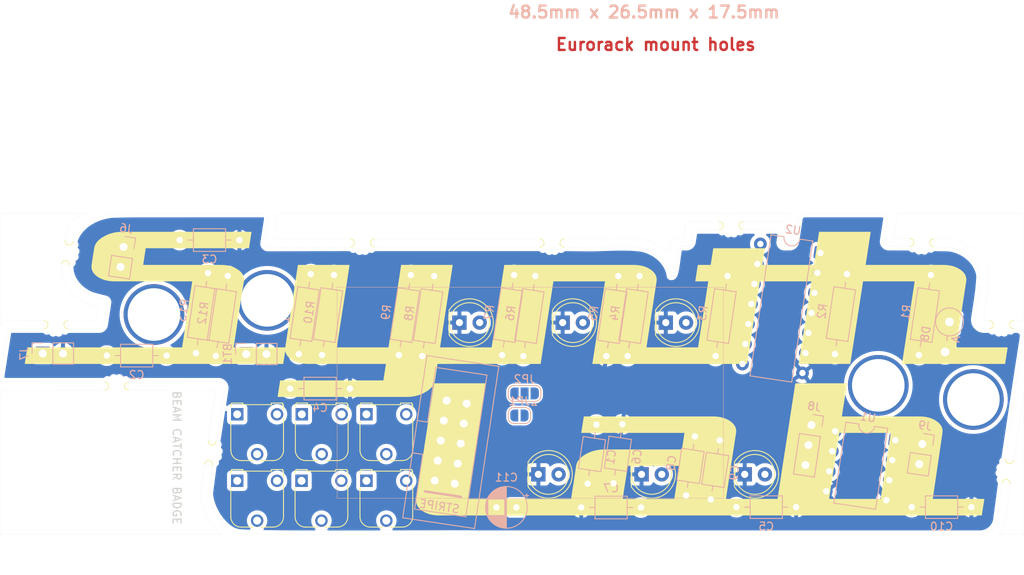
<source format=kicad_pcb>
(kicad_pcb (version 20241229) (generator "pcbnew") (generator_version "9.0")
  (layers (0 "F.Cu" signal) (2 "B.Cu" signal) (13 "F.Paste" user) (15 "B.Paste" user) (5 "F.SilkS" user "F.Silkscreen") (7 "B.SilkS" user "B.Silkscreen") (1 "F.Mask" user) (3 "B.Mask" user) (25 "Edge.Cuts" user))
  (net 0 "")
  (net 1 "GND")
  (net 2 "Net-(U1A-+)")
  (net 3 "Net-(U2A-I)")
  (net 4 "Net-(U2B-I)")
  (net 5 "Net-(U2C-I)")
  (net 6 "Net-(U2D-I)")
  (net 7 "Net-(U2E-I)")
  (net 8 "Net-(U2F-I)")
  (net 9 "VCC")
  (net 10 "Net-(D8-K)")
  (net 11 "Net-(C11-Pad2)")
  (net 12 "Net-(D2-A)")
  (net 13 "Net-(D3-A)")
  (net 14 "Net-(D4-A)")
  (net 15 "Net-(D5-A)")
  (net 16 "Net-(D6-A)")
  (net 17 "Net-(D7-A)")
  (net 18 "Net-(D8-A)")
  (net 19 "Net-(J5--12V-Pad10)")
  (net 20 "Net-(R1-Pad1)")
  (net 21 "Net-(R2-Pad1)")
  (net 22 "Net-(R4-Pad2)")
  (net 23 "Net-(U1A--)")
  (net 24 "Net-(U1B--)")
  (net 25 "Net-(R11-Pad1)")
  (net 26 "Net-(R8-Pad1)")
  (net 27 "Net-(R9-Pad1)")
  (net 28 "Net-(R12-Pad1)")
  (net 29 "Net-(R13-Pad1)")
  (net 30 "Net-(BT1-+)")
  (net 31 "Net-(J7-Pin_1)")
  (net 32 "Net-(J8-Pin_2)")
  (net 33 "Net-(J8-Pin_1)")
  (net 34 "Net-(J6-Pin_1)")
  (net 35 "Net-(J9-Pin_2)")
  (footprint "Library:mouse-bite-1mm-slot" (layer "F.Cu") (at 118.297884 96.177452)
    (property "Reference" "mouse-bite-1mm-slot" (hide yes))
    (property "Value" "VAL**" (hide yes))
    (pad "" np_thru_hole circle (at -1.15 -0.75) (size 0.5 0.5) (drill 0.5) (layers "*.Cu" "*.Mask"))
    (pad "" np_thru_hole circle (at -1.15 0.75) (size 0.5 0.5) (drill 0.5) (layers "*.Cu" "*.Mask"))
    (pad "" np_thru_hole circle (at -0.35 -1) (size 0.5 0.5) (drill 0.5) (layers "*.Cu" "*.Mask"))
    (pad "" np_thru_hole circle (at -0.35 1) (size 0.5 0.5) (drill 0.5) (layers "*.Cu" "*.Mask"))
    (pad "" np_thru_hole circle (at 0.35 -1) (size 0.5 0.5) (drill 0.5) (layers "*.Cu" "*.Mask"))
    (pad "" np_thru_hole circle (at 0.35 1) (size 0.5 0.5) (drill 0.5) (layers "*.Cu" "*.Mask"))
    (pad "" np_thru_hole circle (at 1.15 -0.75) (size 0.5 0.5) (drill 0.5) (layers "*.Cu" "*.Mask"))
    (pad "" np_thru_hole circle (at 1.15 0.75) (size 0.5 0.5) (drill 0.5) (layers "*.Cu" "*.Mask"))
  )
  (footprint "Library:mouse-bite-1mm-slot" (layer "F.Cu") (at 56.017084 106.437652)
    (property "Reference" "mouse-bite-1mm-slot" (hide yes))
    (property "Value" "VAL**" (hide yes))
    (pad "" np_thru_hole circle (at -1.15 -0.75) (size 0.5 0.5) (drill 0.5) (layers "*.Cu" "*.Mask"))
    (pad "" np_thru_hole circle (at -1.15 0.75) (size 0.5 0.5) (drill 0.5) (layers "*.Cu" "*.Mask"))
    (pad "" np_thru_hole circle (at -0.35 -1) (size 0.5 0.5) (drill 0.5) (layers "*.Cu" "*.Mask"))
    (pad "" np_thru_hole circle (at -0.35 1) (size 0.5 0.5) (drill 0.5) (layers "*.Cu" "*.Mask"))
    (pad "" np_thru_hole circle (at 0.35 -1) (size 0.5 0.5) (drill 0.5) (layers "*.Cu" "*.Mask"))
    (pad "" np_thru_hole circle (at 0.35 1) (size 0.5 0.5) (drill 0.5) (layers "*.Cu" "*.Mask"))
    (pad "" np_thru_hole circle (at 1.15 -0.75) (size 0.5 0.5) (drill 0.5) (layers "*.Cu" "*.Mask"))
    (pad "" np_thru_hole circle (at 1.15 0.75) (size 0.5 0.5) (drill 0.5) (layers "*.Cu" "*.Mask"))
  )
  (footprint "Library:mouse-bite-1mm-slot" (layer "F.Cu") (at 140.783884 93.979652)
    (property "Reference" "mouse-bite-1mm-slot" (hide yes))
    (property "Value" "VAL**" (hide yes))
    (pad "" np_thru_hole circle (at -1.15 -0.75) (size 0.5 0.5) (drill 0.5) (layers "*.Cu" "*.Mask"))
    (pad "" np_thru_hole circle (at -1.15 0.75) (size 0.5 0.5) (drill 0.5) (layers "*.Cu" "*.Mask"))
    (pad "" np_thru_hole circle (at -0.35 -1) (size 0.5 0.5) (drill 0.5) (layers "*.Cu" "*.Mask"))
    (pad "" np_thru_hole circle (at -0.35 1) (size 0.5 0.5) (drill 0.5) (layers "*.Cu" "*.Mask"))
    (pad "" np_thru_hole circle (at 0.35 -1) (size 0.5 0.5) (drill 0.5) (layers "*.Cu" "*.Mask"))
    (pad "" np_thru_hole circle (at 0.35 1) (size 0.5 0.5) (drill 0.5) (layers "*.Cu" "*.Mask"))
    (pad "" np_thru_hole circle (at 1.15 -0.75) (size 0.5 0.5) (drill 0.5) (layers "*.Cu" "*.Mask"))
    (pad "" np_thru_hole circle (at 1.15 0.75) (size 0.5 0.5) (drill 0.5) (layers "*.Cu" "*.Mask"))
  )
  (footprint "Potentiometer_THT:Potentiometer_Runtron_RM-065_Vertical" (layer "F.Cu") (at 95 117.682)
    (property "Reference" "RV4" (hide yes))
    (property "Value" "1M")
    (pad "1" thru_hole rect (at 0 0) (size 1.56 1.56) (drill 1) (layers "*.Cu" "*.Mask") (net 5 "Net-(U2C-I)"))
    (pad "2" thru_hole circle (at 2.5 5) (size 1.56 1.56) (drill 1) (layers "*.Cu" "*.Mask") (net 5 "Net-(U2C-I)"))
    (pad "3" thru_hole circle (at 5 0) (size 1.56 1.56) (drill 1) (layers "*.Cu" "*.Mask") (net 26 "Net-(R8-Pad1)"))
  )
  (footprint "Potentiometer_THT:Potentiometer_Runtron_RM-065_Vertical" (layer "F.Cu") (at 95 126.03)
    (property "Reference" "RV7" (hide yes))
    (property "Value" "1M")
    (pad "1" thru_hole rect (at 0 0) (size 1.56 1.56) (drill 1) (layers "*.Cu" "*.Mask") (net 8 "Net-(U2F-I)"))
    (pad "2" thru_hole circle (at 2.5 5) (size 1.56 1.56) (drill 1) (layers "*.Cu" "*.Mask") (net 8 "Net-(U2F-I)"))
    (pad "3" thru_hole circle (at 5 0) (size 1.56 1.56) (drill 1) (layers "*.Cu" "*.Mask") (net 29 "Net-(R13-Pad1)"))
  )
  (footprint "LED_THT:LED_D5.0mm" (layer "F.Cu") (at 119.634 106.172)
    (property "Reference" "D3" (hide yes))
    (property "Value" "LED")
    (pad "1" thru_hole rect (at 0 0) (size 1.8 1.8) (drill 0.9) (layers "*.Cu" "*.Mask") (net 1 "GND"))
    (pad "2" thru_hole circle (at 2.54 0) (size 1.8 1.8) (drill 0.9) (layers "*.Cu" "*.Mask") (net 13 "Net-(D3-A)"))
  )
  (footprint "LED_THT:LED_D5.0mm" (layer "F.Cu") (at 129.54 125.222)
    (property "Reference" "D6" (hide yes))
    (property "Value" "LED")
    (pad "1" thru_hole rect (at 0 0) (size 1.8 1.8) (drill 0.9) (layers "*.Cu" "*.Mask") (net 1 "GND"))
    (pad "2" thru_hole circle (at 2.54 0) (size 1.8 1.8) (drill 0.9) (layers "*.Cu" "*.Mask") (net 16 "Net-(D6-A)"))
  )
  (footprint "Library:mouse-bite-1mm-slot" (layer "F.Cu") (at 63.625684 114.133852)
    (property "Reference" "mouse-bite-1mm-slot" (hide yes))
    (property "Value" "VAL**" (hide yes))
    (pad "" np_thru_hole circle (at -1.15 -0.75) (size 0.5 0.5) (drill 0.5) (layers "*.Cu" "*.Mask"))
    (pad "" np_thru_hole circle (at -1.15 0.75) (size 0.5 0.5) (drill 0.5) (layers "*.Cu" "*.Mask"))
    (pad "" np_thru_hole circle (at -0.35 -1) (size 0.5 0.5) (drill 0.5) (layers "*.Cu" "*.Mask"))
    (pad "" np_thru_hole circle (at -0.35 1) (size 0.5 0.5) (drill 0.5) (layers "*.Cu" "*.Mask"))
    (pad "" np_thru_hole circle (at 0.35 -1) (size 0.5 0.5) (drill 0.5) (layers "*.Cu" "*.Mask"))
    (pad "" np_thru_hole circle (at 0.35 1) (size 0.5 0.5) (drill 0.5) (layers "*.Cu" "*.Mask"))
    (pad "" np_thru_hole circle (at 1.15 -0.75) (size 0.5 0.5) (drill 0.5) (layers "*.Cu" "*.Mask"))
    (pad "" np_thru_hole circle (at 1.15 0.75) (size 0.5 0.5) (drill 0.5) (layers "*.Cu" "*.Mask"))
  )
  (footprint "LED_THT:LED_D5.0mm" (layer "F.Cu") (at 116.586 125.222)
    (property "Reference" "D5" (hide yes))
    (property "Value" "LED")
    (pad "1" thru_hole rect (at 0 0) (size 1.8 1.8) (drill 0.9) (layers "*.Cu" "*.Mask") (net 1 "GND"))
    (pad "2" thru_hole circle (at 2.54 0) (size 1.8 1.8) (drill 0.9) (layers "*.Cu" "*.Mask") (net 15 "Net-(D5-A)"))
  )
  (footprint "Potentiometer_THT:Potentiometer_Runtron_RM-065_Vertical" (layer "F.Cu") (at 78.78 126.03)
    (property "Reference" "RV5" (hide yes))
    (property "Value" "1M")
    (pad "1" thru_hole rect (at 0 0) (size 1.56 1.56) (drill 1) (layers "*.Cu" "*.Mask") (net 6 "Net-(U2D-I)"))
    (pad "2" thru_hole circle (at 2.5 5) (size 1.56 1.56) (drill 1) (layers "*.Cu" "*.Mask") (net 6 "Net-(U2D-I)"))
    (pad "3" thru_hole circle (at 5 0) (size 1.56 1.56) (drill 1) (layers "*.Cu" "*.Mask") (net 27 "Net-(R9-Pad1)"))
  )
  (footprint "LED_THT:LED_D5.0mm" (layer "F.Cu") (at 142.489 125.222)
    (property "Reference" "D7" (hide yes))
    (property "Value" "LED")
    (pad "1" thru_hole rect (at 0 0) (size 1.8 1.8) (drill 0.9) (layers "*.Cu" "*.Mask") (net 1 "GND"))
    (pad "2" thru_hole circle (at 2.54 0) (size 1.8 1.8) (drill 0.9) (layers "*.Cu" "*.Mask") (net 17 "Net-(D7-A)"))
  )
  (footprint "Potentiometer_THT:Potentiometer_Runtron_RM-065_Vertical" (layer "F.Cu") (at 86.854 126.03)
    (property "Reference" "RV6" (hide yes))
    (property "Value" "1M")
    (pad "1" thru_hole rect (at 0 0) (size 1.56 1.56) (drill 1) (layers "*.Cu" "*.Mask") (net 7 "Net-(U2E-I)"))
    (pad "2" thru_hole circle (at 2.5 5) (size 1.56 1.56) (drill 1) (layers "*.Cu" "*.Mask") (net 7 "Net-(U2E-I)"))
    (pad "3" thru_hole circle (at 5 0) (size 1.56 1.56) (drill 1) (layers "*.Cu" "*.Mask") (net 28 "Net-(R12-Pad1)"))
  )
  (footprint "Library:Faceplate_Hole_Jack_3.5mm_NoPadNumber" (layer "F.Cu") (at 159.258 114.046 90)
    (property "Reference" "J4" (hide yes))
    (property "Value" "Out" (hide yes))
    (pad "" thru_hole circle (at 0 0 90) (size 7.62 7.62) (drill 6.604) (layers "*.Cu" "*.Mask"))
  )
  (footprint "Potentiometer_THT:Potentiometer_Runtron_RM-065_Vertical" (layer "F.Cu") (at 86.89 117.682)
    (property "Reference" "RV2" (hide yes))
    (property "Value" "1M")
    (pad "1" thru_hole rect (at 0 0) (size 1.56 1.56) (drill 1) (layers "*.Cu" "*.Mask") (net 4 "Net-(U2B-I)"))
    (pad "2" thru_hole circle (at 2.5 5) (size 1.56 1.56) (drill 1) (layers "*.Cu" "*.Mask") (net 4 "Net-(U2B-I)"))
    (pad "3" thru_hole circle (at 5 0) (size 1.56 1.56) (drill 1) (layers "*.Cu" "*.Mask") (net 21 "Net-(R2-Pad1)"))
  )
  (footprint "Library:Faceplate_Hole_Jack_3.5mm_NoPadNumber" (layer "F.Cu") (at 171.196 115.824 -90)
    (property "Reference" "RV3" (hide yes))
    (property "Value" "100K" (hide yes))
    (pad "" thru_hole circle (at 0 0 270) (size 7.62 7.62) (drill 6.604) (layers "*.Cu" "*.Mask"))
  )
  (footprint "Library:Faceplate_Hole_Jack_3.5mm_NoPadNumber" (layer "F.Cu") (at 68.326 105.156 90)
    (property "Reference" "J2" (hide yes))
    (property "Value" "Probe In" (hide yes))
    (pad "" thru_hole circle (at 0 0 90) (size 7.62 7.62) (drill 6.604) (layers "*.Cu" "*.Mask"))
  )
  (footprint "Library:mouse-bite-1mm-slot" (layer "F.Cu") (at 75.417265 122.507477 81.5)
    (property "Reference" "mouse-bite-1mm-slot" (hide yes))
    (property "Value" "VAL**" (hide yes))
    (pad "" np_thru_hole circle (at -1.150001 -0.75 81.5) (size 0.5 0.5) (drill 0.5) (layers "*.Cu" "*.Mask"))
    (pad "" np_thru_hole circle (at -1.15 0.75 81.5) (size 0.5 0.5) (drill 0.5) (layers "*.Cu" "*.Mask"))
    (pad "" np_thru_hole circle (at -0.35 0.999999 81.5) (size 0.5 0.5) (drill 0.5) (layers "*.Cu" "*.Mask"))
    (pad "" np_thru_hole circle (at -0.349999 -0.999999 81.5) (size 0.5 0.5) (drill 0.5) (layers "*.Cu" "*.Mask"))
    (pad "" np_thru_hole circle (at 0.349999 0.999999 81.5) (size 0.5 0.5) (drill 0.5) (layers "*.Cu" "*.Mask"))
    (pad "" np_thru_hole circle (at 0.35 -0.999999 81.5) (size 0.5 0.5) (drill 0.5) (layers "*.Cu" "*.Mask"))
    (pad "" np_thru_hole circle (at 1.15 -0.75 81.5) (size 0.5 0.5) (drill 0.5) (layers "*.Cu" "*.Mask"))
    (pad "" np_thru_hole circle (at 1.150001 0.75 81.5) (size 0.5 0.5) (drill 0.5) (layers "*.Cu" "*.Mask"))
  )
  (footprint "Library:mouse-bite-1mm-slot" (layer "F.Cu") (at 174.718284 106.425652)
    (property "Reference" "mouse-bite-1mm-slot" (hide yes))
    (property "Value" "VAL**" (hide yes))
    (pad "" np_thru_hole circle (at -1.15 -0.75) (size 0.5 0.5) (drill 0.5) (layers "*.Cu" "*.Mask"))
    (pad "" np_thru_hole circle (at -1.15 0.75) (size 0.5 0.5) (drill 0.5) (layers "*.Cu" "*.Mask"))
    (pad "" np_thru_hole circle (at -0.35 -1) (size 0.5 0.5) (drill 0.5) (layers "*.Cu" "*.Mask"))
    (pad "" np_thru_hole circle (at -0.35 1) (size 0.5 0.5) (drill 0.5) (layers "*.Cu" "*.Mask"))
    (pad "" np_thru_hole circle (at 0.35 -1) (size 0.5 0.5) (drill 0.5) (layers "*.Cu" "*.Mask"))
    (pad "" np_thru_hole circle (at 0.35 1) (size 0.5 0.5) (drill 0.5) (layers "*.Cu" "*.Mask"))
    (pad "" np_thru_hole circle (at 1.15 -0.75) (size 0.5 0.5) (drill 0.5) (layers "*.Cu" "*.Mask"))
    (pad "" np_thru_hole circle (at 1.15 0.75) (size 0.5 0.5) (drill 0.5) (layers "*.Cu" "*.Mask"))
  )
  (footprint "Library:Faceplate_Hole_Jack_3.5mm_NoPadNumber" (layer "F.Cu") (at 82.55 102.362 180)
    (property "Reference" "J3" (hide yes))
    (property "Value" "Mix_In" (hide yes))
    (pad "" thru_hole circle (at 0 -1.014 180) (size 7.62 7.62) (drill 6.604) (layers "*.Cu" "*.Mask"))
  )
  (footprint "Library:mouse-bite-1mm-slot" (layer "F.Cu") (at 175.517334 124.859081 82)
    (property "Reference" "mouse-bite-1mm-slot" (hide yes))
    (property "Value" "VAL**" (hide yes))
    (pad "" np_thru_hole circle (at -1.150001 -0.75 82) (size 0.5 0.5) (drill 0.5) (layers "*.Cu" "*.Mask"))
    (pad "" np_thru_hole circle (at -1.15 0.75 82) (size 0.5 0.5) (drill 0.5) (layers "*.Cu" "*.Mask"))
    (pad "" np_thru_hole circle (at -0.35 1 82) (size 0.5 0.5) (drill 0.5) (layers "*.Cu" "*.Mask"))
    (pad "" np_thru_hole circle (at -0.349999 -0.999999 82) (size 0.5 0.5) (drill 0.5) (layers "*.Cu" "*.Mask"))
    (pad "" np_thru_hole circle (at 0.349999 0.999999 82) (size 0.5 0.5) (drill 0.5) (layers "*.Cu" "*.Mask"))
    (pad "" np_thru_hole circle (at 0.35 -1 82) (size 0.5 0.5) (drill 0.5) (layers "*.Cu" "*.Mask"))
    (pad "" np_thru_hole circle (at 1.15 -0.75 82) (size 0.5 0.5) (drill 0.5) (layers "*.Cu" "*.Mask"))
    (pad "" np_thru_hole circle (at 1.150001 0.75 82) (size 0.5 0.5) (drill 0.5) (layers "*.Cu" "*.Mask"))
  )
  (footprint "LED_THT:LED_D5.0mm" (layer "F.Cu") (at 132.583 106.172)
    (property "Reference" "D4" (hide yes))
    (property "Value" "LED")
    (pad "1" thru_hole rect (at 0 0) (size 1.8 1.8) (drill 0.9) (layers "*.Cu" "*.Mask") (net 1 "GND"))
    (pad "2" thru_hole circle (at 2.54 0) (size 1.8 1.8) (drill 0.9) (layers "*.Cu" "*.Mask") (net 14 "Net-(D4-A)"))
  )
  (footprint "Potentiometer_THT:Potentiometer_Runtron_RM-065_Vertical" (layer "F.Cu") (at 78.78 117.682)
    (property "Reference" "RV1" (hide yes))
    (property "Value" "1M")
    (pad "1" thru_hole rect (at 0 0) (size 1.56 1.56) (drill 1) (layers "*.Cu" "*.Mask") (net 3 "Net-(U2A-I)"))
    (pad "2" thru_hole circle (at 2.5 5) (size 1.56 1.56) (drill 1) (layers "*.Cu" "*.Mask") (net 3 "Net-(U2A-I)"))
    (pad "3" thru_hole circle (at 5 0) (size 1.56 1.56) (drill 1) (layers "*.Cu" "*.Mask") (net 20 "Net-(R1-Pad1)"))
  )
  (footprint "LED_THT:LED_D5.0mm" (layer "F.Cu") (at 106.675 106.172)
    (property "Reference" "D2" (hide yes))
    (property "Value" "LED")
    (pad "1" thru_hole rect (at 0 0) (size 1.8 1.8) (drill 0.9) (layers "*.Cu" "*.Mask") (net 1 "GND"))
    (pad "2" thru_hole circle (at 2.54 0) (size 1.8 1.8) (drill 0.9) (layers "*.Cu" "*.Mask") (net 12 "Net-(D2-A)"))
  )
  (footprint "Library:mouse-bite-1mm-slot" (layer "F.Cu") (at 164.71617 96.131868 -1)
    (property "Reference" "mouse-bite-1mm-slot" (hide yes))
    (property "Value" "VAL**" (hide yes))
    (pad "" np_thru_hole circle (at -1.15 -0.75 359) (size 0.5 0.5) (drill 0.5) (layers "*.Cu" "*.Mask"))
    (pad "" np_thru_hole circle (at -1.15 0.75 359) (size 0.5 0.5) (drill 0.5) (layers "*.Cu" "*.Mask"))
    (pad "" np_thru_hole circle (at -0.35 -1 359) (size 0.5 0.5) (drill 0.5) (layers "*.Cu" "*.Mask"))
    (pad "" np_thru_hole circle (at -0.35 1 359) (size 0.5 0.5) (drill 0.5) (layers "*.Cu" "*.Mask"))
    (pad "" np_thru_hole circle (at 0.35 -1 359) (size 0.5 0.5) (drill 0.5) (layers "*.Cu" "*.Mask"))
    (pad "" np_thru_hole circle (at 0.35 1 359) (size 0.5 0.5) (drill 0.5) (layers "*.Cu" "*.Mask"))
    (pad "" np_thru_hole circle (at 1.15 -0.75 359) (size 0.5 0.5) (drill 0.5) (layers "*.Cu" "*.Mask"))
    (pad "" np_thru_hole circle (at 1.15 0.75 359) (size 0.5 0.5) (drill 0.5) (layers "*.Cu" "*.Mask"))
  )
  (footprint "Library:mouse-bite-1mm-slot" (layer "F.Cu") (at 94.486684 96.177452)
    (property "Reference" "mouse-bite-1mm-slot" (hide yes))
    (property "Value" "VAL**" (hide yes))
    (pad "" np_thru_hole circle (at -1.15 -0.75) (size 0.5 0.5) (drill 0.5) (layers "*.Cu" "*.Mask"))
    (pad "" np_thru_hole circle (at -1.15 0.75) (size 0.5 0.5) (drill 0.5) (layers "*.Cu" "*.Mask"))
    (pad "" np_thru_hole circle (at -0.35 -1) (size 0.5 0.5) (drill 0.5) (layers "*.Cu" "*.Mask"))
    (pad "" np_thru_hole circle (at -0.35 1) (size 0.5 0.5) (drill 0.5) (layers "*.Cu" "*.Mask"))
    (pad "" np_thru_hole circle (at 0.35 -1) (size 0.5 0.5) (drill 0.5) (layers "*.Cu" "*.Mask"))
    (pad "" np_thru_hole circle (at 0.35 1) (size 0.5 0.5) (drill 0.5) (layers "*.Cu" "*.Mask"))
    (pad "" np_thru_hole circle (at 1.15 -0.75) (size 0.5 0.5) (drill 0.5) (layers "*.Cu" "*.Mask"))
    (pad "" np_thru_hole circle (at 1.15 0.75) (size 0.5 0.5) (drill 0.5) (layers "*.Cu" "*.Mask"))
  )
  (footprint "Library:mouse-bite-1mm-slot" (layer "F.Cu") (at 57.440218 97.411168 81)
    (property "Reference" "mouse-bite-1mm-slot" (hide yes))
    (property "Value" "VAL**" (hide yes))
    (pad "" np_thru_hole circle (at -1.15 -0.75 81) (size 0.5 0.5) (drill 0.5) (layers "*.Cu" "*.Mask"))
    (pad "" np_thru_hole circle (at -1.15 0.749999 81) (size 0.5 0.5) (drill 0.5) (layers "*.Cu" "*.Mask"))
    (pad "" np_thru_hole circle (at -0.350001 -1.000001 81) (size 0.5 0.5) (drill 0.5) (layers "*.Cu" "*.Mask"))
    (pad "" np_thru_hole circle (at -0.35 1 81) (size 0.5 0.5) (drill 0.5) (layers "*.Cu" "*.Mask"))
    (pad "" np_thru_hole circle (at 0.35 -1 81) (size 0.5 0.5) (drill 0.5) (layers "*.Cu" "*.Mask"))
    (pad "" np_thru_hole circle (at 0.350001 1.000001 81) (size 0.5 0.5) (drill 0.5) (layers "*.Cu" "*.Mask"))
    (pad "" np_thru_hole circle (at 1.15 -0.749999 81) (size 0.5 0.5) (drill 0.5) (layers "*.Cu" "*.Mask"))
    (pad "" np_thru_hole circle (at 1.15 0.75 81) (size 0.5 0.5) (drill 0.5) (layers "*.Cu" "*.Mask"))
  )
  (footprint "Capacitor_THT:C_Axial_L3.8mm_D2.6mm_P7.50mm_Horizontal" (layer "B.Cu") (at 71.5518 95.8088)
    (property "Reference" "C3" (at 3.75 2.42 0) (layer "B.SilkS") (effects (justify mirror)))
    (property "Value" "100nF")
    (pad "1" thru_hole circle (at 0 0) (size 1.6 1.6) (drill 0.8) (layers "*.Cu" "*.Mask") (net 9 "VCC"))
    (pad "2" thru_hole oval (at 7.5 0) (size 1.6 1.6) (drill 0.8) (layers "*.Cu" "*.Mask") (net 1 "GND"))
  )
  (footprint "Capacitor_THT:CP_Radial_D5.0mm_P2.50mm" (layer "B.Cu") (at 113.8174 129.3622 180)
    (property "Reference" "C11" (at 1.25 3.75 0) (layer "B.SilkS") (effects (justify mirror)))
    (property "Value" "22uF")
    (pad "1" thru_hole rect (at 0 0 180) (size 1.6 1.6) (drill 0.8) (layers "*.Cu" "*.Mask") (net 10 "Net-(D8-K)"))
    (pad "2" thru_hole circle (at 2.5 0 180) (size 1.6 1.6) (drill 0.8) (layers "*.Cu" "*.Mask") (net 11 "Net-(C11-Pad2)"))
  )
  (footprint "Resistor_THT:R_Axial_DIN0207_L6.3mm_D2.5mm_P10.16mm_Horizontal" (layer "B.Cu") (at 155.321 100.076 -98.5)
    (property "Reference" "R2" (at 5.08 2.37 81.5) (layer "B.SilkS") (effects (justify mirror)))
    (property "Value" "1k")
    (pad "1" thru_hole circle (at 0 0 261.5) (size 1.6 1.6) (drill 0.8) (layers "*.Cu" "*.Mask") (net 21 "Net-(R2-Pad1)"))
    (pad "2" thru_hole oval (at 10.16 0 261.5) (size 1.6 1.6) (drill 0.8) (layers "*.Cu" "*.Mask") (net 13 "Net-(D3-A)"))
  )
  (footprint "Capacitor_THT:C_Axial_L3.8mm_D2.6mm_P7.50mm_Horizontal" (layer "B.Cu") (at 141.4456 129.3368)
    (property "Reference" "C5" (at 3.75 2.42 0) (layer "B.SilkS") (effects (justify mirror)))
    (property "Value" ".1uF")
    (pad "1" thru_hole circle (at 0 0) (size 1.6 1.6) (drill 0.8) (layers "*.Cu" "*.Mask") (net 4 "Net-(U2B-I)"))
    (pad "2" thru_hole oval (at 7.5 0) (size 1.6 1.6) (drill 0.8) (layers "*.Cu" "*.Mask") (net 1 "GND"))
  )
  (footprint "Resistor_THT:R_Axial_DIN0207_L6.3mm_D2.5mm_P10.16mm_Horizontal" (layer "B.Cu") (at 165.862 100.203 -98.5)
    (property "Reference" "R1" (at 5.08 2.37 81.5) (layer "B.SilkS") (effects (justify mirror)))
    (property "Value" "1k")
    (pad "1" thru_hole circle (at 0 0 261.5) (size 1.6 1.6) (drill 0.8) (layers "*.Cu" "*.Mask") (net 20 "Net-(R1-Pad1)"))
    (pad "2" thru_hole oval (at 10.16 0 261.5) (size 1.6 1.6) (drill 0.8) (layers "*.Cu" "*.Mask") (net 12 "Net-(D2-A)"))
  )
  (footprint "Connector_PinHeader_2.54mm:PinHeader_1x02_P2.54mm_Vertical" (layer "B.Cu") (at 64.510436 96.6749 171.5)
    (property "Reference" "J6" (at 0 2.33 171.5) (layer "B.SilkS") (effects (justify mirror)))
    (property "Value" "Conn_Mix_In")
    (pad "S" thru_hole oval (at 0 -2.54 171.5) (size 1.7 1.7) (drill 1) (layers "*.Cu" "*.Mask") (net 1 "GND"))
    (pad "T" thru_hole rect (at 0 0 171.5) (size 1.7 1.7) (drill 1) (layers "*.Cu" "*.Mask") (net 34 "Net-(J6-Pin_1)"))
  )
  (footprint "Resistor_THT:R_Axial_DIN0207_L6.3mm_D2.5mm_P10.16mm_Horizontal" (layer "B.Cu") (at 103.505 100.33 -98.5)
    (property "Reference" "R8" (at 5.08 2.37 81.5) (layer "B.SilkS") (effects (justify mirror)))
    (property "Value" "1k")
    (pad "1" thru_hole circle (at 0 0 261.5) (size 1.6 1.6) (drill 0.8) (layers "*.Cu" "*.Mask") (net 26 "Net-(R8-Pad1)"))
    (pad "2" thru_hole oval (at 10.16 0 261.5) (size 1.6 1.6) (drill 0.8) (layers "*.Cu" "*.Mask") (net 14 "Net-(D4-A)"))
  )
  (footprint "Connector_PinHeader_2.54mm:PinHeader_1x02_P2.54mm_Vertical" (layer "B.Cu") (at 164.780457 121.415142 171.5)
    (property "Reference" "J9" (at 0 2.33 171.5) (layer "B.SilkS") (effects (justify mirror)))
    (property "Value" "Conn_Vol_Pot")
    (pad "1" thru_hole rect (at 0 0 171.5) (size 1.7 1.7) (drill 1) (layers "*.Cu" "*.Mask") (net 1 "GND"))
    (pad "2" thru_hole oval (at 0 -2.54 171.5) (size 1.7 1.7) (drill 1) (layers "*.Cu" "*.Mask") (net 35 "Net-(J9-Pin_2)"))
  )
  (footprint "Capacitor_THT:C_Axial_L3.8mm_D2.6mm_P7.50mm_Horizontal" (layer "B.Cu") (at 136.2456 120.4468 -98.5)
    (property "Reference" "C8" (at 3.75 2.42 81.5) (layer "B.SilkS") (effects (justify mirror)))
    (property "Value" ".1uF")
    (pad "1" thru_hole circle (at 0 0 261.5) (size 1.6 1.6) (drill 0.8) (layers "*.Cu" "*.Mask") (net 7 "Net-(U2E-I)"))
    (pad "2" thru_hole oval (at 7.5 0 261.5) (size 1.6 1.6) (drill 0.8) (layers "*.Cu" "*.Mask") (net 1 "GND"))
  )
  (footprint "Resistor_THT:R_Axial_DIN0207_L6.3mm_D2.5mm_P10.16mm_Horizontal" (layer "B.Cu") (at 88.011 100.076 -98.5)
    (property "Reference" "R11" (at 5.08 2.37 81.5) (layer "B.SilkS") (effects (justify mirror)))
    (property "Value" "470k")
    (pad "1" thru_hole circle (at 0 0 261.5) (size 1.6 1.6) (drill 0.8) (layers "*.Cu" "*.Mask") (net 25 "Net-(R11-Pad1)"))
    (pad "2" thru_hole oval (at 10.16 0 261.5) (size 1.6 1.6) (drill 0.8) (layers "*.Cu" "*.Mask") (net 32 "Net-(J8-Pin_2)"))
  )
  (footprint "Resistor_THT:R_Axial_DIN0207_L6.3mm_D2.5mm_P10.16mm_Horizontal" (layer "B.Cu") (at 116.205 100.33 -98.5)
    (property "Reference" "R6" (at 5.08 2.37 81.5) (layer "B.SilkS") (effects (justify mirror)))
    (property "Value" "470k")
    (pad "1" thru_hole circle (at 0 0 261.5) (size 1.6 1.6) (drill 0.8) (layers "*.Cu" "*.Mask") (net 22 "Net-(R4-Pad2)"))
    (pad "2" thru_hole oval (at 10.16 0 261.5) (size 1.6 1.6) (drill 0.8) (layers "*.Cu" "*.Mask") (net 24 "Net-(U1B--)"))
  )
  (footprint "Capacitor_THT:C_Axial_L3.8mm_D2.6mm_P7.50mm_Horizontal" (layer "B.Cu") (at 129.46421 129.383086 180)
    (property "Reference" "C7" (at 3.75 2.42 0) (layer "B.SilkS") (effects (justify mirror)))
    (property "Value" ".1uF")
    (pad "1" thru_hole circle (at 0 0 180) (size 1.6 1.6) (drill 0.8) (layers "*.Cu" "*.Mask") (net 6 "Net-(U2D-I)"))
    (pad "2" thru_hole oval (at 7.5 0 180) (size 1.6 1.6) (drill 0.8) (layers "*.Cu" "*.Mask") (net 1 "GND"))
  )
  (footprint "Resistor_THT:R_Axial_DIN0207_L6.3mm_D2.5mm_P10.16mm_Horizontal" (layer "B.Cu") (at 77.597 100.3046 -98.5)
    (property "Reference" "R12" (at 5.08 2.37 81.5) (layer "B.SilkS") (effects (justify mirror)))
    (property "Value" "1k")
    (pad "1" thru_hole circle (at 0 0 261.5) (size 1.6 1.6) (drill 0.8) (layers "*.Cu" "*.Mask") (net 28 "Net-(R12-Pad1)"))
    (pad "2" thru_hole oval (at 10.16 0 261.5) (size 1.6 1.6) (drill 0.8) (layers "*.Cu" "*.Mask") (net 16 "Net-(D6-A)"))
  )
  (footprint "Capacitor_THT:C_Axial_L3.8mm_D2.6mm_P7.50mm_Horizontal" (layer "B.Cu") (at 126.018429 126.340419 81.5)
    (property "Reference" "C6" (at 3.75 2.42 81.5) (layer "B.SilkS") (effects (justify mirror)))
    (property "Value" ".1uF")
    (pad "1" thru_hole circle (at 0 0 81.5) (size 1.6 1.6) (drill 0.8) (layers "*.Cu" "*.Mask") (net 5 "Net-(U2C-I)"))
    (pad "2" thru_hole oval (at 7.5 0 81.5) (size 1.6 1.6) (drill 0.8) (layers "*.Cu" "*.Mask") (net 1 "GND"))
  )
  (footprint "Resistor_THT:R_Axial_DIN0207_L6.3mm_D2.5mm_P10.16mm_Horizontal" (layer "B.Cu") (at 100.584 100.203 -98.5)
    (property "Reference" "R9" (at 5.08 2.37 81.5) (layer "B.SilkS") (effects (justify mirror)))
    (property "Value" "1k")
    (pad "1" thru_hole circle (at 0 0 261.5) (size 1.6 1.6) (drill 0.8) (layers "*.Cu" "*.Mask") (net 27 "Net-(R9-Pad1)"))
    (pad "2" thru_hole oval (at 10.16 0 261.5) (size 1.6 1.6) (drill 0.8) (layers "*.Cu" "*.Mask") (net 15 "Net-(D5-A)"))
  )
  (footprint "Package_DIP:DIP-8_W7.62mm" (layer "B.Cu") (at 161.3895 120.9319 171.5)
    (property "Reference" "U1" (at 3.81 2.330001 171.5) (layer "B.SilkS") (effects (justify mirror)))
    (property "Value" "LM358")
    (pad "1" thru_hole roundrect (at 0 0 171.5) (size 1.6 1.6) (drill 0.8) (layers "*.Cu" "*.Mask") (roundrect_rratio 0.15625) (net 22 "Net-(R4-Pad2)"))
    (pad "2" thru_hole circle (at 0 -2.54 171.5) (size 1.6 1.6) (drill 0.8) (layers "*.Cu" "*.Mask") (net 23 "Net-(U1A--)"))
    (pad "3" thru_hole circle (at 0 -5.079999 171.5) (size 1.6 1.6) (drill 0.8) (layers "*.Cu" "*.Mask") (net 2 "Net-(U1A-+)"))
    (pad "4" thru_hole circle (at 0 -7.62 171.5) (size 1.6 1.6) (drill 0.8) (layers "*.Cu" "*.Mask") (net 1 "GND"))
    (pad "5" thru_hole circle (at 7.62 -7.620001 171.5) (size 1.6 1.6) (drill 0.8) (layers "*.Cu" "*.Mask") (net 1 "GND"))
    (pad "6" thru_hole circle (at 7.62 -5.079999 171.5) (size 1.6 1.6) (drill 0.8) (layers "*.Cu" "*.Mask") (net 24 "Net-(U1B--)"))
    (pad "7" thru_hole circle (at 7.619999 -2.54 171.5) (size 1.6 1.6) (drill 0.8) (layers "*.Cu" "*.Mask") (net 25 "Net-(R11-Pad1)"))
    (pad "8" thru_hole circle (at 7.62 0 171.5) (size 1.6 1.6) (drill 0.8) (layers "*.Cu" "*.Mask") (net 9 "VCC"))
  )
  (footprint "Capacitor_THT:C_Axial_L3.8mm_D2.6mm_P7.50mm_Horizontal" (layer "B.Cu") (at 122.767229 126.391219 81.5)
    (property "Reference" "C1" (at 3.75 2.42 81.5) (layer "B.SilkS") (effects (justify mirror)))
    (property "Value" "1uF")
    (pad "1" thru_hole circle (at 0 0 81.5) (size 1.6 1.6) (drill 0.8) (layers "*.Cu" "*.Mask") (net 31 "Net-(J7-Pin_1)"))
    (pad "2" thru_hole oval (at 7.5 0 81.5) (size 1.6 1.6) (drill 0.8) (layers "*.Cu" "*.Mask") (net 35 "Net-(J9-Pin_2)"))
  )
  (footprint "Resistor_THT:R_Axial_DIN0207_L6.3mm_D2.5mm_P10.16mm_Horizontal" (layer "B.Cu") (at 90.932 100.203 -98.5)
    (property "Reference" "R10" (at 5.08 2.37 81.5) (layer "B.SilkS") (effects (justify mirror)))
    (property "Value" "1k")
    (pad "1" thru_hole circle (at 0 0 261.5) (size 1.6 1.6) (drill 0.8) (layers "*.Cu" "*.Mask") (net 24 "Net-(U1B--)"))
    (pad "2" thru_hole oval (at 10.16 0 261.5) (size 1.6 1.6) (drill 0.8) (layers "*.Cu" "*.Mask") (net 34 "Net-(J6-Pin_1)"))
  )
  (footprint "Jumper:SolderJumper-3_P1.3mm_Open_RoundedPad1.0x1.5mm" (layer "B.Cu") (at 114.8542 115.062 180)
    (property "Reference" "JP2" (at 0 1.8 0) (layer "B.SilkS") (effects (justify mirror)))
    (property "Value" "Jumper_3_Open")
    (pad "1" smd custom (at -1.3 0 180) (size 1 0.5) (layers "B.Cu" "B.Mask") (net 10 "Net-(D8-K)") (options (clearance outline) (anchor rect)) (primitives (gr_circle (center 0 -0.25) (end 0.5 -0.25) (width 0) (fill yes)) (gr_circle (center 0 0.25) (end 0.5 0.25) (width 0) (fill yes)) (gr_poly (pts (xy 0.55 -0.75) (xy 0 -0.75) (xy 0 0.75) (xy 0.55 0.75)) (width 0) (fill yes))))
    (pad "2" smd rect (at 0 0 180) (size 1 1.5) (layers "B.Cu" "B.Mask") (net 9 "VCC"))
    (pad "3" smd custom (at 1.3 0 180) (size 1 0.5) (layers "B.Cu" "B.Mask") (net 30 "Net-(BT1-+)") (options (clearance outline) (anchor rect)) (primitives (gr_circle (center 0 -0.25) (end 0.5 -0.25) (width 0) (fill yes)) (gr_circle (center 0 0.25) (end 0.5 0.25) (width 0) (fill yes)) (gr_poly (pts (xy 0 -0.75) (xy -0.55 -0.75) (xy -0.55 0.75) (xy 0 0.75)) (width 0) (fill yes))))
  )
  (footprint "Resistor_THT:R_Axial_DIN0207_L6.3mm_D2.5mm_P10.16mm_Horizontal" (layer "B.Cu") (at 129.286 100.33 -98.5)
    (property "Reference" "R4" (at 5.08 2.37 81.5) (layer "B.SilkS") (effects (justify mirror)))
    (property "Value" "10k")
    (pad "1" thru_hole circle (at 0 0 261.5) (size 1.6 1.6) (drill 0.8) (layers "*.Cu" "*.Mask") (net 23 "Net-(U1A--)"))
    (pad "2" thru_hole oval (at 10.16 0 261.5) (size 1.6 1.6) (drill 0.8) (layers "*.Cu" "*.Mask") (net 22 "Net-(R4-Pad2)"))
  )
  (footprint "Jumper:SolderJumper-2_P1.3mm_Open_RoundedPad1.0x1.5mm" (layer "B.Cu") (at 114.2088 117.8306 180)
    (property "Reference" "JP1" (at 0 1.8 0) (layer "B.SilkS") (effects (justify mirror)))
    (property "Value" "Jumper_2_Open")
    (pad "1" smd custom (at -0.65 0 180) (size 1 0.5) (layers "B.Cu" "B.Mask") (net 32 "Net-(J8-Pin_2)") (options (clearance outline) (anchor rect)) (primitives (gr_circle (center 0 -0.25) (end 0.5 -0.25) (width 0) (fill yes)) (gr_circle (center 0 0.25) (end 0.5 0.25) (width 0) (fill yes)) (gr_poly (pts (xy 0.5 -0.75) (xy 0 -0.75) (xy 0 0.75) (xy 0.5 0.75)) (width 0) (fill yes))))
    (pad "2" smd custom (at 0.65 0 180) (size 1 0.5) (layers "B.Cu" "B.Mask") (net 33 "Net-(J8-Pin_1)") (options (clearance outline) (anchor rect)) (primitives (gr_circle (center 0 -0.25) (end 0.5 -0.25) (width 0) (fill yes)) (gr_circle (center 0 0.25) (end 0.5 0.25) (width 0) (fill yes)) (gr_poly (pts (xy 0 -0.75) (xy -0.5 -0.75) (xy -0.5 0.75) (xy 0 0.75)) (width 0) (fill yes))))
  )
  (footprint "Resistor_THT:R_Axial_DIN0207_L6.3mm_D2.5mm_P10.16mm_Horizontal" (layer "B.Cu") (at 126.619 100.33 -98.5)
    (property "Reference" "R5" (at 5.08 2.37 81.5) (layer "B.SilkS") (effects (justify mirror)))
    (property "Value" "1k")
    (pad "1" thru_hole circle (at 0 0 261.5) (size 1.6 1.6) (drill 0.8) (layers "*.Cu" "*.Mask") (net 23 "Net-(U1A--)"))
    (pad "2" thru_hole oval (at 10.16 0 261.5) (size 1.6 1.6) (drill 0.8) (layers "*.Cu" "*.Mask") (net 1 "GND"))
  )
  (footprint "Connector_PinHeader_2.54mm:PinHeader_1x02_P2.54mm_Vertical" (layer "B.Cu") (at 79.9109 110.114564 -90)
    (property "Reference" "BT1" (at 0 2.33 90) (layer "B.SilkS") (effects (justify mirror)))
    (property "Value" "9V Battery")
    (pad "1" thru_hole rect (at 0 0 270) (size 1.7 1.7) (drill 1) (layers "*.Cu" "*.Mask") (net 30 "Net-(BT1-+)"))
    (pad "2" thru_hole oval (at 0 -2.54 270) (size 1.7 1.7) (drill 1) (layers "*.Cu" "*.Mask") (net 1 "GND"))
  )
  (footprint "Package_DIP:DIP-14_W7.62mm" (layer "B.Cu") (at 151.99118 97.421499 171.5)
    (property "Reference" "U2" (at 3.810001 2.33 171.5) (layer "B.SilkS") (effects (justify mirror)))
    (property "Value" "CD40106BPWR")
    (pad "1" thru_hole roundrect (at 0 0 171.5) (size 1.6 1.6) (drill 0.8) (layers "*.Cu" "*.Mask") (roundrect_rratio 0.15625) (net 3 "Net-(U2A-I)"))
    (pad "2" thru_hole circle (at 0 -2.54 171.5) (size 1.6 1.6) (drill 0.8) (layers "*.Cu" "*.Mask") (net 12 "Net-(D2-A)"))
    (pad "3" thru_hole circle (at 0 -5.08 171.5) (size 1.6 1.6) (drill 0.8) (layers "*.Cu" "*.Mask") (net 4 "Net-(U2B-I)"))
    (pad "4" thru_hole circle (at 0 -7.62 171.5) (size 1.6 1.6) (drill 0.8) (layers "*.Cu" "*.Mask") (net 13 "Net-(D3-A)"))
    (pad "5" thru_hole circle (at 0 -10.16 171.5) (size 1.6 1.6) (drill 0.8) (layers "*.Cu" "*.Mask") (net 5 "Net-(U2C-I)"))
    (pad "6" thru_hole circle (at 0.000001 -12.7 171.5) (size 1.6 1.6) (drill 0.8) (layers "*.Cu" "*.Mask") (net 14 "Net-(D4-A)"))
    (pad "7" thru_hole circle (at 0 -15.24 171.5) (size 1.6 1.6) (drill 0.8) (layers "*.Cu" "*.Mask") (net 1 "GND"))
    (pad "8" thru_hole circle (at 7.62 -15.24 171.5) (size 1.6 1.6) (drill 0.8) (layers "*.Cu" "*.Mask") (net 15 "Net-(D5-A)"))
    (pad "9" thru_hole circle (at 7.62 -12.7 171.5) (size 1.6 1.6) (drill 0.8) (layers "*.Cu" "*.Mask") (net 6 "Net-(U2D-I)"))
    (pad "10" thru_hole circle (at 7.62 -10.159999 171.5) (size 1.6 1.6) (drill 0.8) (layers "*.Cu" "*.Mask") (net 16 "Net-(D6-A)"))
    (pad "11" thru_hole circle (at 7.62 -7.62 171.5) (size 1.6 1.6) (drill 0.8) (layers "*.Cu" "*.Mask") (net 7 "Net-(U2E-I)"))
    (pad "12" thru_hole circle (at 7.62 -5.08 171.5) (size 1.6 1.6) (drill 0.8) (layers "*.Cu" "*.Mask") (net 17 "Net-(D7-A)"))
    (pad "13" thru_hole circle (at 7.62 -2.54 171.5) (size 1.6 1.6) (drill 0.8) (layers "*.Cu" "*.Mask") (net 8 "Net-(U2F-I)"))
    (pad "14" thru_hole circle (at 7.62 0 171.5) (size 1.6 1.6) (drill 0.8) (layers "*.Cu" "*.Mask") (net 9 "VCC"))
  )
  (footprint "Resistor_THT:R_Axial_DIN0207_L6.3mm_D2.5mm_P10.16mm_Horizontal" (layer "B.Cu") (at 113.538 100.203 -98.5)
    (property "Reference" "R7" (at 5.08 2.37 81.5) (layer "B.SilkS") (effects (justify mirror)))
    (property "Value" "10k")
    (pad "1" thru_hole circle (at 0 0 261.5) (size 1.6 1.6) (drill 0.8) (layers "*.Cu" "*.Mask") (net 24 "Net-(U1B--)"))
    (pad "2" thru_hole oval (at 10.16 0 261.5) (size 1.6 1.6) (drill 0.8) (layers "*.Cu" "*.Mask") (net 25 "Net-(R11-Pad1)"))
  )
  (footprint "Connector_PinHeader_2.54mm:PinHeader_1x03_P2.54mm_Vertical" (layer "B.Cu") (at 150.870436 119.0269 171.5)
    (property "Reference" "J8" (at 0 2.33 171.5) (layer "B.SilkS") (effects (justify mirror)))
    (property "Value" "Conn_Out")
    (pad "S" thru_hole oval (at 0 -5.08 171.5) (size 1.7 1.7) (drill 1) (layers "*.Cu" "*.Mask") (net 1 "GND"))
    (pad "T" thru_hole oval (at 0 -2.54 171.5) (size 1.7 1.7) (drill 1) (layers "*.Cu" "*.Mask") (net 32 "Net-(J8-Pin_2)"))
    (pad "TN" thru_hole rect (at 0 0 171.5) (size 1.7 1.7) (drill 1) (layers "*.Cu" "*.Mask") (net 33 "Net-(J8-Pin_1)"))
  )
  (footprint "Connector_PinHeader_2.54mm:PinHeader_1x02_P2.54mm_Vertical" (layer "B.Cu") (at 54.365005 110.047543 -90)
    (property "Reference" "J7" (at 0 2.33 90) (layer "B.SilkS") (effects (justify mirror)))
    (property "Value" "Conn_Probe")
    (pad "S" thru_hole oval (at 0 -2.54 270) (size 1.7 1.7) (drill 1) (layers "*.Cu" "*.Mask") (net 1 "GND"))
    (pad "T" thru_hole rect (at 0 0 270) (size 1.7 1.7) (drill 1) (layers "*.Cu" "*.Mask") (net 31 "Net-(J7-Pin_1)"))
  )
  (footprint "Diode_THT:D_DO-41_SOD81_P3.81mm_Vertical_AnodeUp" (layer "B.Cu") (at 168.203154 106.08685 -98.5)
    (property "Reference" "D8" (at 1.905 2.750635 81.5) (layer "B.SilkS") (effects (justify mirror)))
    (property "Value" "1N5817")
    (fp_text user "A" (at 2.01 -1.1 81.5) (layer "B.SilkS") (effects (justify mirror)))
    (pad "1" thru_hole rect (at 0 0 261.5) (size 2.2 2.2) (drill 1.1) (layers "*.Cu" "*.Mask") (net 10 "Net-(D8-K)"))
    (pad "2" thru_hole oval (at 3.81 0 261.5) (size 2.2 2.2) (drill 1.1) (layers "*.Cu" "*.Mask") (net 18 "Net-(D8-A)"))
  )
  (footprint "Resistor_THT:R_Axial_DIN0207_L6.3mm_D2.5mm_P10.16mm_Horizontal" (layer "B.Cu") (at 75.1078 99.949 -98.5)
    (property "Reference" "R13" (at 5.08 2.37 81.5) (layer "B.SilkS") (effects (justify mirror)))
    (property "Value" "1k")
    (pad "1" thru_hole circle (at 0 0 261.5) (size 1.6 1.6) (drill 0.8) (layers "*.Cu" "*.Mask") (net 29 "Net-(R13-Pad1)"))
    (pad "2" thru_hole oval (at 10.16 0 261.5) (size 1.6 1.6) (drill 0.8) (layers "*.Cu" "*.Mask") (net 17 "Net-(D7-A)"))
  )
  (footprint "Capacitor_THT:C_Axial_L3.8mm_D2.6mm_P7.50mm_Horizontal" (layer "B.Cu") (at 62.4078 110.3122)
    (property "Reference" "C2" (at 3.75 2.42 0) (layer "B.SilkS") (effects (justify mirror)))
    (property "Value" ".1uF")
    (pad "1" thru_hole circle (at 0 0) (size 1.6 1.6) (drill 0.8) (layers "*.Cu" "*.Mask") (net 35 "Net-(J9-Pin_2)"))
    (pad "2" thru_hole oval (at 7.5 0) (size 1.6 1.6) (drill 0.8) (layers "*.Cu" "*.Mask") (net 2 "Net-(U1A-+)"))
  )
  (footprint "Capacitor_THT:C_Axial_L3.8mm_D2.6mm_P7.50mm_Horizontal" (layer "B.Cu") (at 85.4294 114.4524)
    (property "Reference" "C4" (at 3.75 2.42 0) (layer "B.SilkS") (effects (justify mirror)))
    (property "Value" ".1uF")
    (pad "1" thru_hole circle (at 0 0) (size 1.6 1.6) (drill 0.8) (layers "*.Cu" "*.Mask") (net 3 "Net-(U2A-I)"))
    (pad "2" thru_hole oval (at 7.5 0) (size 1.6 1.6) (drill 0.8) (layers "*.Cu" "*.Mask") (net 1 "GND"))
  )
  (footprint "Library:IDC-Header_2x05_P2.54mm_Vertical_Euro_Power_Striped_ThickerText" (layer "B.Cu") (at 107.5944 116.332 171.5)
    (property "Reference" "J5" (hide yes))
    (property "Value" "Eurorack_Power_10pin_Unshrouded" (hide yes))
    (fp_text user "STRIPE" (at -1.162085 -13.859857 351.5) (layer "B.SilkS") (effects (justify left bottom mirror)))
    (pad "1" thru_hole roundrect (at 0 0 171.5) (size 1.7 1.7) (drill 1) (layers "*.Cu" "*.Mask") (roundrect_rratio 0.147059) (net 18 "Net-(D8-A)"))
    (pad "2" thru_hole circle (at 2.54 0 171.5) (size 1.7 1.7) (drill 1) (layers "*.Cu" "*.Mask") (net 18 "Net-(D8-A)"))
    (pad "3" thru_hole circle (at 0 -2.54 171.5) (size 1.7 1.7) (drill 1) (layers "*.Cu" "*.Mask") (net 11 "Net-(C11-Pad2)"))
    (pad "4" thru_hole circle (at 2.54 -2.54 171.5) (size 1.7 1.7) (drill 1) (layers "*.Cu" "*.Mask") (net 11 "Net-(C11-Pad2)"))
    (pad "5" thru_hole circle (at 0 -5.08 171.5) (size 1.7 1.7) (drill 1) (layers "*.Cu" "*.Mask") (net 11 "Net-(C11-Pad2)"))
    (pad "6" thru_hole circle (at 2.54 -5.08 171.5) (size 1.7 1.7) (drill 1) (layers "*.Cu" "*.Mask") (net 11 "Net-(C11-Pad2)"))
    (pad "7" thru_hole circle (at 0 -7.62 171.5) (size 1.7 1.7) (drill 1) (layers "*.Cu" "*.Mask") (net 11 "Net-(C11-Pad2)"))
    (pad "8" thru_hole circle (at 2.54 -7.62 171.5) (size 1.7 1.7) (drill 1) (layers "*.Cu" "*.Mask") (net 11 "Net-(C11-Pad2)"))
    (pad "9" thru_hole circle (at 0 -10.16 171.5) (size 1.7 1.7) (drill 1) (layers "*.Cu" "*.Mask") (net 19 "Net-(J5--12V-Pad10)"))
    (pad "10" thru_hole circle (at 2.54 -10.16 171.5) (size 1.7 1.7) (drill 1) (layers "*.Cu" "*.Mask") (net 19 "Net-(J5--12V-Pad10)"))
  )
  (footprint "Capacitor_THT:C_Axial_L3.8mm_D2.6mm_P7.50mm_Horizontal" (layer "B.Cu") (at 163.449 129.3368)
    (property "Reference" "C10" (at 3.75 2.42 0) (layer "B.SilkS") (effects (justify mirror)))
    (property "Value" "100nF")
    (pad "1" thru_hole circle (at 0 0) (size 1.6 1.6) (drill 0.8) (layers "*.Cu" "*.Mask") (net 9 "VCC"))
    (pad "2" thru_hole oval (at 7.5 0) (size 1.6 1.6) (drill 0.8) (layers "*.Cu" "*.Mask") (net 1 "GND"))
  )
  (footprint "Resistor_THT:R_Axial_DIN0207_L6.3mm_D2.5mm_P10.16mm_Horizontal" (layer "B.Cu") (at 140.335 100.320455 -98.5)
    (property "Reference" "R3" (at 5.08 2.37 81.5) (layer "B.SilkS") (effects (justify mirror)))
    (property "Value" "100k")
    (pad "1" thru_hole circle (at 0 0 261.5) (size 1.6 1.6) (drill 0.8) (layers "*.Cu" "*.Mask") (net 31 "Net-(J7-Pin_1)"))
    (pad "2" thru_hole oval (at 10.16 0 261.5) (size 1.6 1.6) (drill 0.8) (layers "*.Cu" "*.Mask") (net 9 "VCC"))
  )
  (footprint "Capacitor_THT:C_Axial_L3.8mm_D2.6mm_P7.50mm_Horizontal" (layer "B.Cu") (at 138.235829 128.372419 81.5)
    (property "Reference" "C9" (at 3.75 2.42 81.5) (layer "B.SilkS") (effects (justify mirror)))
    (property "Value" ".1uF")
    (pad "1" thru_hole circle (at 0 0 81.5) (size 1.6 1.6) (drill 0.8) (layers "*.Cu" "*.Mask") (net 8 "Net-(U2F-I)"))
    (pad "2" thru_hole oval (at 7.5 0 81.5) (size 1.6 1.6) (drill 0.8) (layers "*.Cu" "*.Mask") (net 1 "GND"))
  )
  (gr_poly (pts (xy 107.735622 128.302748) (xy 120.693687 128.302748) (xy 127.171659 128.302748) (xy 133.645685 128.302748) (xy 134.287504 124.158813) (xy 127.813486 124.158813) (xy 127.171659 128.302748) (xy 120.693687 128.302748) (xy 121.325493 124.158813) (xy 121.344787 124.053405) (xy 121.371276 123.949959) (xy 121.404958 123.848476) (xy 121.445836 123.748954) (xy 121.493907 123.651395) (xy 121.549173 123.555797) (xy 121.611633 123.462162) (xy 121.681288 123.370489) (xy 121.758136 123.280778) (xy 121.842179 123.193028) (xy 121.933416 123.107242) (xy 122.031848 123.023417) (xy 122.137473 122.941554) (xy 122.250293 122.861653) (xy 122.370307 122.783715) (xy 122.497515 122.707738) (xy 122.631156 122.633397) (xy 122.766976 122.563851) (xy 122.904977 122.499102) (xy 123.045157 122.439149) (xy 123.187518 122.383993) (xy 123.332059 122.333633) (xy 123.47878 122.288069) (xy 123.62768 122.247301) (xy 123.778761 122.211329) (xy 123.932023 122.180154) (xy 124.087464 122.153775) (xy 124.245085 122.132192) (xy 124.404887 122.115405) (xy 124.566869 122.103415) (xy 124.731031 122.09622) (xy 124.897374 122.093822) (xy 134.608409 122.093822) (xy 134.929314 120.014879) (xy 121.96732 120.014879) (xy 122.288225 117.949887) (xy 138.487253 117.949887) (xy 138.652778 117.952231) (xy 138.814487 117.959262) (xy 138.972382 117.97098) (xy 139.12646 117.987385) (xy 139.276724 118.008478) (xy 139.423172 118.034257) (xy 139.565804 118.064724) (xy 139.704622 118.099879) (xy 139.839624 118.13972) (xy 139.970811 118.184249) (xy 140.098183 118.233465) (xy 140.221739 118.287368) (xy 140.341481 118.345958) (xy 140.457407 118.409235) (xy 140.569518 118.4772) (xy 140.677814 118.549852) (xy 140.780387 118.625883) (xy 140.875331 118.703985) (xy 140.962643 118.784158) (xy 141.042326 118.866403) (xy 141.079306 118.908302) (xy 141.114378 118.950718) (xy 141.147543 118.993652) (xy 141.1788 119.037105) (xy 141.208149 119.081075) (xy 141.235591 119.125562) (xy 141.261126 119.170568) (xy 141.284753 119.216091) (xy 141.306472 119.262132) (xy 141.326284 119.308691) (xy 141.344188 119.355768) (xy 141.360185 119.403362) (xy 141.374274 119.451474) (xy 141.386456 119.500104) (xy 141.39673 119.549252) (xy 141.405096 119.598917) (xy 141.411555 119.6491) (xy 141.416107 119.699801) (xy 141.418751 119.75102) (xy 141.419487 119.802757) (xy 141.418316 119.855011) (xy 141.415237 119.907783) (xy 141.410251 119.961073) (xy 141.403357 120.014881) (xy 140.13367 128.302752) (xy 146.606754 128.302752) (xy 146.606754 128.302748) (xy 153.081722 128.302748) (xy 159.555748 128.302748) (xy 160.839393 120.014879) (xy 154.365367 120.014879) (xy 153.081722 128.302748) (xy 146.606754 128.302748) (xy 148.840115 113.792) (xy 155.328099 113.792) (xy 154.686281 117.949887) (xy 164.397324 117.949887) (xy 164.562848 117.952231) (xy 164.724556 117.959262) (xy 164.88245 117.97098) (xy 165.036528 117.987385) (xy 165.186791 118.008478) (xy 165.333239 118.034257) (xy 165.475872 118.064724) (xy 165.61469 118.099879) (xy 165.749693 118.13972) (xy 165.88088 118.184249) (xy 166.008252 118.233465) (xy 166.131809 118.287368) (xy 166.251551 118.345958) (xy 166.367478 118.409235) (xy 166.479589 118.4772) (xy 166.587885 118.549852) (xy 166.690459 118.625883) (xy 166.785402 118.703985) (xy 166.872714 118.784158) (xy 166.952397 118.866403) (xy 166.989377 118.908302) (xy 167.024449 118.950718) (xy 167.057614 118.993652) (xy 167.088871 119.037105) (xy 167.118221 119.081075) (xy 167.145663 119.125562) (xy 167.171197 119.170568) (xy 167.194824 119.216091) (xy 167.216543 119.262132) (xy 167.236355 119.308691) (xy 167.254259 119.355768) (xy 167.270256 119.403362) (xy 167.284345 119.451474) (xy 167.296527 119.500104) (xy 167.306801 119.549252) (xy 167.315167 119.598917) (xy 167.321626 119.6491) (xy 167.326178 119.699801) (xy 167.328822 119.75102) (xy 167.329558 119.802757) (xy 167.328387 119.855011) (xy 167.325308 119.907783) (xy 167.320322 119.961073) (xy 167.313428 120.014881) (xy 166.09954 128.302748) (xy 172.573566 128.302748) (xy 172.252653 130.381694) (xy 146.286782 130.381694) (xy 120.37672 130.381694) (xy 104.1777 130.381694) (xy 104.012121 130.37935) (xy 103.850249 130.372319) (xy 103.692082 130.360601) (xy 103.537622 130.344196) (xy 103.386868 130.323104) (xy 103.239821 130.297324) (xy 103.096479 130.266857) (xy 102.956844 130.231703) (xy 102.820915 130.191862) (xy 102.688692 130.147333) (xy 102.560176 130.098117) (xy 102.435365 130.044214) (xy 102.314261 129.985624) (xy 102.196863 129.922346) (xy 102.083171 129.854381) (xy 101.973185 129.781729) (xy 101.870665 129.704009) (xy 101.775885 129.624326) (xy 101.688844 129.542682) (xy 101.609543 129.459075) (xy 101.537981 129.373506) (xy 101.505103 129.329986) (xy 101.474159 129.285975) (xy 101.44515 129.241474) (xy 101.418076 129.196482) (xy 101.392936 129.151) (xy 101.369732 129.105027) (xy 101.348463 129.058564) (xy 101.329128 129.01161) (xy 101.311728 128.964165) (xy 101.296263 128.91623) (xy 101.282733 128.867805) (xy 101.271137 128.818889) (xy 101.261477 128.769482) (xy 101.253751 128.719585) (xy 101.24796 128.669197) (xy 101.244104 128.618319) (xy 101.242183 128.56695) (xy 101.242197 128.515091) (xy 101.244146 128.462741) (xy 101.248029 128.409901) (xy 101.253847 128.35657) (xy 101.2616 128.302748) (xy 103.494019 113.792) (xy 109.982 113.792)) (stroke (width -0.000001)) (fill yes) (layer "F.SilkS"))
  (gr_poly (pts (xy 80.260115 96.834404) (xy 67.298109 96.834404) (xy 66.977199 98.927299) (xy 76.702193 98.927299) (xy 76.867716 98.929643) (xy 77.029425 98.936674) (xy 77.187318 98.948392) (xy 77.341397 98.964797) (xy 77.49166 98.98589) (xy 77.638108 99.011669) (xy 77.780741 99.042136) (xy 77.919559 99.077291) (xy 78.054562 99.117132) (xy 78.18575 99.161661) (xy 78.313122 99.210877) (xy 78.43668 99.26478) (xy 78.556422 99.32337) (xy 78.672349 99.386647) (xy 78.784461 99.454612) (xy 78.892758 99.527264) (xy 78.995332 99.603295) (xy 79.090276 99.681397) (xy 79.177589 99.76157) (xy 79.257272 99.843815) (xy 79.294252 99.885714) (xy 79.329324 99.92813) (xy 79.362489 99.971065) (xy 79.393746 100.014517) (xy 79.423096 100.058487) (xy 79.450538 100.102974) (xy 79.476072 100.14798) (xy 79.499699 100.193503) (xy 79.521418 100.239544) (xy 79.54123 100.286103) (xy 79.559134 100.333179) (xy 79.575131 100.380774) (xy 79.58922 100.428886) (xy 79.601401 100.477516) (xy 79.611675 100.526664) (xy 79.620041 100.576329) (xy 79.626499 100.626512) (xy 79.63105 100.677213) (xy 79.633693 100.728432) (xy 79.634429 100.780169) (xy 79.633258 100.832423) (xy 79.630178 100.885195) (xy 79.625191 100.938485) (xy 79.618296 100.992293) (xy 79.286923 103.071236) (xy 78.96252 105.150181) (xy 78.652077 107.215173) (xy 78.334651 109.280164) (xy 84.808677 109.28016) (xy 86.399274 98.927299) (xy 92.88725 98.927299) (xy 91.282699 109.28016) (xy 97.770684 109.28016) (xy 99.361284 98.927299) (xy 105.83531 98.927299) (xy 104.24471 109.28016) (xy 110.716817 109.28016) (xy 111.98844 100.992295) (xy 112.309337 98.927299) (xy 128.508356 98.927299) (xy 128.67388 98.929643) (xy 128.835588 98.936674) (xy 128.993482 98.948392) (xy 129.14756 98.964797) (xy 129.297823 98.98589) (xy 129.444272 99.011669) (xy 129.586905 99.042136) (xy 129.725723 99.077291) (xy 129.860726 99.117132) (xy 129.991914 99.161661) (xy 130.119287 99.210877) (xy 130.242845 99.26478) (xy 130.362588 99.32337) (xy 130.478515 99.386647) (xy 130.590628 99.454612) (xy 130.698926 99.527264) (xy 130.801499 99.603295) (xy 130.896442 99.681397) (xy 130.983755 99.76157) (xy 131.063437 99.843815) (xy 131.100417 99.885714) (xy 131.135489 99.92813) (xy 131.168654 99.971065) (xy 131.199911 100.014517) (xy 131.22926 100.058487) (xy 131.256702 100.102974) (xy 131.282237 100.14798) (xy 131.305863 100.193503) (xy 131.327582 100.239544) (xy 131.347394 100.286103) (xy 131.365298 100.333179) (xy 131.381294 100.380774) (xy 131.395383 100.428886) (xy 131.407564 100.477516) (xy 131.417838 100.526664) (xy 131.426204 100.576329) (xy 131.432663 100.626512) (xy 131.437214 100.677213) (xy 131.439857 100.728432) (xy 131.440593 100.780169) (xy 131.439421 100.832423) (xy 131.436342 100.885195) (xy 131.431355 100.938485) (xy 131.42446 100.992293) (xy 130.154773 109.280164) (xy 136.628799 109.280164) (xy 136.308121 111.357588) (xy 137.912436 100.992291) (xy 136.279978 100.992291) (xy 136.600891 98.927299) (xy 138.219391 98.927299) (xy 138.540305 96.834404) (xy 145.028289 96.834404) (xy 144.707376 98.927299) (xy 151.181402 98.927299) (xy 150.860488 100.992291) (xy 144.386462 100.992291) (xy 142.781912 111.359106) (xy 136.307886 111.359106) (xy 136.307886 111.35911) (xy 129.833868 111.35911) (xy 123.359841 111.35911) (xy 124.950442 100.992295) (xy 118.476416 100.992295) (xy 116.871865 111.35911) (xy 110.397839 111.35911) (xy 110.399311 111.34952) (xy 110.397831 111.359106) (xy 103.923797 111.359106) (xy 103.602891 113.424097) (xy 103.581909 113.531195) (xy 103.553841 113.636221) (xy 103.518688 113.739176) (xy 103.476449 113.84006) (xy 103.427125 113.938872) (xy 103.370715 114.035614) (xy 103.30722 114.130285) (xy 103.236639 114.222885) (xy 103.158972 114.313413) (xy 103.07422 114.401871) (xy 102.982383 114.488257) (xy 102.88346 114.572573) (xy 102.777451 114.654817) (xy 102.664357 114.734991) (xy 102.544177 114.813093) (xy 102.416912 114.889124) (xy 102.286651 114.963466) (xy 102.153991 115.033012) (xy 102.018934 115.097761) (xy 101.881479 115.157714) (xy 101.741626 115.212871) (xy 101.599375 115.263232) (xy 101.454725 115.308796) (xy 101.307678 115.349564) (xy 101.158233 115.385536) (xy 101.006389 115.416711) (xy 100.852148 115.44309) (xy 100.695508 115.464673) (xy 100.536471 115.48146) (xy 100.375035 115.493451) (xy 100.211201 115.500645) (xy 100.044969 115.503043) (xy 99.347326 115.503043) (xy 96.807952 115.503043) (xy 83.845945 115.503043) (xy 84.166855 113.424097) (xy 97.128857 113.424097) (xy 97.449762 111.359106) (xy 90.961786 111.359106) (xy 87.724777 111.359106) (xy 87.559199 111.356762) (xy 87.397327 111.349731) (xy 87.239161 111.338013) (xy 87.084702 111.321608) (xy 86.933948 111.300516) (xy 86.7869 111.274736) (xy 86.643559 111.244269) (xy 86.503924 111.209115) (xy 86.367994 111.169274) (xy 86.235771 111.124745) (xy 86.107254 111.075529) (xy 85.982443 111.021626) (xy 85.861337 110.963036) (xy 85.743938 110.899758) (xy 85.630245 110.831793) (xy 85.520258 110.759141) (xy 85.417739 110.681421) (xy 85.322959 110.601738) (xy 85.235919 110.520094) (xy 85.156618 110.436487) (xy 85.085057 110.350918) (xy 85.052178 110.307398) (xy 85.021235 110.263387) (xy 84.992226 110.218886) (xy 84.965152 110.173894) (xy 84.940013 110.128412) (xy 84.916809 110.082439) (xy 84.895539 110.035976) (xy 84.876205 109.989022) (xy 84.858805 109.941577) (xy 84.84334 109.893642) (xy 84.82981 109.845217) (xy 84.818214 109.796301) (xy 84.808554 109.746894) (xy 84.807474 109.73992) (xy 84.557534 111.359106) (xy 52.103679 111.359106) (xy 52.424588 109.28016) (xy 71.860625 109.28016) (xy 73.130312 100.992291) (xy 63.419273 100.992291) (xy 63.253694 100.989947) (xy 63.091822 100.982916) (xy 62.933655 100.971198) (xy 62.779195 100.954793) (xy 62.628441 100.9337) (xy 62.481394 100.907921) (xy 62.338052 100.877454) (xy 62.198417 100.842299) (xy 62.062488 100.802458) (xy 61.930265 100.757929) (xy 61.801748 100.708713) (xy 61.676938 100.65481) (xy 61.555834 100.59622) (xy 61.438435 100.532943) (xy 61.324743 100.464978) (xy 61.214758 100.392326) (xy 61.112238 100.31466) (xy 61.017458 100.235141) (xy 60.930417 100.153768) (xy 60.851116 100.070543) (xy 60.779554 99.985464) (xy 60.746675 99.94223) (xy 60.715732 99.898532) (xy 60.686723 99.854372) (xy 60.659649 99.809748) (xy 60.634509 99.76466) (xy 60.611305 99.71911) (xy 60.590035 99.673096) (xy 60.570701 99.626619) (xy 60.553301 99.579679) (xy 60.537836 99.532275) (xy 60.524306 99.484408) (xy 60.51271 99.436078) (xy 60.50305 99.387285) (xy 60.495324 99.338028) (xy 60.489533 99.288308) (xy 60.485677 99.238125) (xy 60.483756 99.187479) (xy 60.48377 99.136369) (xy 60.485718 99.084796) (xy 60.489602 99.03276) (xy 60.49542 98.98026) (xy 60.503173 98.927297) (xy 60.538925 98.663069) (xy 60.576422 98.400585) (xy 60.615664 98.139845) (xy 60.656651 97.880849) (xy 60.824083 96.834402) (xy 60.843376 96.728994) (xy 60.869865 96.625548) (xy 60.903547 96.524064) (xy 60.944424 96.424543) (xy 60.992495 96.326983) (xy 61.047761 96.231386) (xy 61.110221 96.137751) (xy 61.179875 96.046077) (xy 61.256724 95.956366) (xy 61.340767 95.868617) (xy 61.432004 95.78283) (xy 61.530435 95.699005) (xy 61.636061 95.617143) (xy 61.748881 95.537242) (xy 61.868895 95.459303) (xy 61.996104 95.383327) (xy 62.128054 95.308985) (xy 62.262294 95.23944) (xy 62.398822 95.174691) (xy 62.53764 95.114738) (xy 62.678747 95.059581) (xy 62.822143 95.009221) (xy 62.967828 94.963657) (xy 63.115802 94.922889) (xy 63.266065 94.886917) (xy 63.418618 94.855742) (xy 63.57346 94.829363) (xy 63.73059 94.80778) (xy 63.89001 94.790993) (xy 64.051719 94.779002) (xy 64.215718 94.771808) (xy 64.382005 94.76941) (xy 80.581028 94.76941)) (stroke (width -0.000001)) (fill yes) (layer "F.SilkS"))
  (gr_poly (pts (xy 157.669378 98.927299) (xy 162.524895 98.927299) (xy 167.380413 98.927299) (xy 167.545935 98.929643) (xy 167.707643 98.936674) (xy 167.865536 98.948392) (xy 168.019615 98.964797) (xy 168.169878 98.98589) (xy 168.316327 99.011669) (xy 168.458961 99.042136) (xy 168.59778 99.077291) (xy 168.732784 99.117132) (xy 168.863972 99.161661) (xy 168.991346 99.210877) (xy 169.114904 99.26478) (xy 169.234647 99.32337) (xy 169.350574 99.386647) (xy 169.462686 99.454612) (xy 169.570982 99.527264) (xy 169.673556 99.603295) (xy 169.768499 99.681397) (xy 169.855812 99.76157) (xy 169.935495 99.843815) (xy 169.972475 99.885714) (xy 170.007548 99.92813) (xy 170.040713 99.971065) (xy 170.07197 100.014517) (xy 170.10132 100.058487) (xy 170.128762 100.102974) (xy 170.154297 100.14798) (xy 170.177924 100.193503) (xy 170.199644 100.239544) (xy 170.219456 100.286103) (xy 170.23736 100.333179) (xy 170.253357 100.380774) (xy 170.267446 100.428886) (xy 170.279628 100.477516) (xy 170.289902 100.526664) (xy 170.298268 100.576329) (xy 170.304727 100.626512) (xy 170.309278 100.677213) (xy 170.311922 100.728432) (xy 170.312658 100.780169) (xy 170.311486 100.832423) (xy 170.308407 100.885195) (xy 170.30342 100.938485) (xy 170.296525 100.992293) (xy 169.02683 109.280164) (xy 175.500848 109.280164) (xy 175.179942 111.35911) (xy 168.69195 111.35911) (xy 162.23189 111.35911) (xy 163.822491 100.992295) (xy 157.348456 100.992295) (xy 155.743897 111.35911) (xy 149.26988 111.35911) (xy 151.823229 94.769412) (xy 158.311188 94.769412)) (stroke (width -0.000001)) (fill yes) (layer "F.SilkS"))
  (gr_rect (start 91.32 101.727) (end 139.82 128.227) (stroke (width 0.05)) (fill no) (layer "B.SilkS"))
  (gr_line (start 49.906995 107.409028) (end 49.013684 113.182052) (stroke (width 0.009999)) (layer "Edge.Cuts"))
  (gr_line (start 161.86929 96.610772) (end 160.590054 96.610772) (stroke (width 0.009999)) (layer "Edge.Cuts"))
  (gr_line (start 177.52197 92.456) (end 161.347073 92.456) (stroke (width 0.009999)) (layer "Edge.Cuts"))
  (gr_line (start 59.790723 92.456) (end 49.022 92.456) (stroke (width 0.009999)) (layer "Edge.Cuts"))
  (gr_line (start 49.022 132.756) (end 76.826684 132.756) (stroke (width 0.009999)) (layer "Edge.Cuts"))
  (gr_curve (pts (xy 82.18414 96.170015) (xy 82.289242 95.494715) (xy 82.474087 94.281714) (xy 82.670666 93.00482)) (stroke (width 0.009999)) (layer "Edge.Cuts"))
  (gr_curve (pts (xy 171.409116 105.573457) (xy 171.691983 103.815198) (xy 171.999234 102.056878) (xy 172.062955 100.278291)) (stroke (width 0.009999)) (layer "Edge.Cuts"))
  (gr_curve (pts (xy 129.088162 96.719476) (xy 126.775235 96.493043) (xy 124.449033 96.789807) (xy 122.130383 96.719476)) (stroke (width 0.009999)) (layer "Edge.Cuts"))
  (gr_line (start 136.082852 94.518271) (end 139.285284 94.513052) (stroke (width 0.01)) (layer "Edge.Cuts"))
  (gr_curve (pts (xy 82.652646 96.719476) (xy 82.344372 96.720323) (xy 82.136746 96.474538) (xy 82.18414 96.170015)) (stroke (width 0.009999)) (layer "Edge.Cuts"))
  (gr_line (start 176.39993 105.892252) (end 176.242284 105.892252) (stroke (width 0.01)) (layer "Edge.Cuts"))
  (gr_curve (pts (xy 172.672452 104.508912) (xy 172.898587 103.012895) (xy 173.159665 101.502385) (xy 173.108487 99.986417)) (stroke (width 0.009999)) (layer "Edge.Cuts"))
  (gr_line (start 116.780884 95.656052) (end 116.780884 96.697452) (stroke (width 0.01)) (layer "Edge.Cuts"))
  (gr_line (start 61.419171 106.963578) (end 57.516792 106.963578) (stroke (width 0.01)) (layer "Edge.Cuts"))
  (gr_curve (pts (xy 60.999539 104.087995) (xy 61.429532 104.066144) (xy 61.25517 104.436673) (xy 61.226224 104.717824)) (stroke (width 0.009999)) (layer "Edge.Cuts"))
  (gr_line (start 76.062728 114.651611) (end 75.124884 120.929052) (stroke (width 0.01)) (layer "Edge.Cuts"))
  (gr_curve (pts (xy 62.473569 103.704499) (xy 62.335034 104.608091) (xy 62.196484 105.511682) (xy 62.05795 106.415273)) (stroke (width 0.009999)) (layer "Edge.Cuts"))
  (gr_line (start 58.208484 95.986252) (end 57.167084 95.833852) (stroke (width 0.01)) (layer "Edge.Cuts"))
  (gr_line (start 75.241589 127.615413) (end 75.709084 124.078652) (stroke (width 0.01)) (layer "Edge.Cuts"))
  (gr_curve (pts (xy 133.305814 95.781744) (xy 132.972165 96.223924) (xy 133.088711 96.819764) (xy 132.939725 97.329751)) (stroke (width 0.009999)) (layer "Edge.Cuts"))
  (gr_line (start 76.383069 113.615489) (end 65.142684 113.613852) (stroke (width 0.01)) (layer "Edge.Cuts"))
  (gr_line (start 142.307884 93.446252) (end 142.307884 94.513052) (stroke (width 0.01)) (layer "Edge.Cuts"))
  (gr_curve (pts (xy 63.101834 92.511793) (xy 61.203809 92.691008) (xy 59.217129 93.665621) (xy 58.400311 95.472185)) (stroke (width 0.009999)) (layer "Edge.Cuts"))
  (gr_line (start 57.714871 99.220422) (end 57.725884 99.008852) (stroke (width 0.01)) (layer "Edge.Cuts"))
  (gr_curve (pts (xy 172.496945 105.854036) (xy 172.466153 105.410226) (xy 172.636746 104.958081) (xy 172.672452 104.508912)) (stroke (width 0.009999)) (layer "Edge.Cuts"))
  (gr_line (start 139.285284 94.513052) (end 139.285284 93.446252) (stroke (width 0.01)) (layer "Edge.Cuts"))
  (gr_line (start 163.212084 96.621252) (end 163.212084 95.579852) (stroke (width 0.01)) (layer "Edge.Cuts"))
  (gr_line (start 75.124884 120.929052) (end 76.166284 121.081452) (stroke (width 0.01)) (layer "Edge.Cuts"))
  (gr_curve (pts (xy 148.276892 92.455652) (xy 148.228085 92.802195) (xy 148.179288 93.114504) (xy 148.130521 93.426813)) (stroke (width 0.009999)) (layer "Edge.Cuts"))
  (gr_line (start 83.751675 92.455652) (end 148.276892 92.455652) (stroke (width 0.01)) (layer "Edge.Cuts"))
  (gr_line (start 145.957852 93.443529) (end 142.307884 93.446252) (stroke (width 0.01)) (layer "Edge.Cuts"))
  (gr_curve (pts (xy 133.202084 100.320455) (xy 132.937009 98.327756) (xy 131.023282 96.877084) (xy 129.088162 96.719476)) (stroke (width 0.009999)) (layer "Edge.Cuts"))
  (gr_curve (pts (xy 135.849118 96.043966) (xy 135.801022 96.356996) (xy 135.50546 96.610768) (xy 135.188809 96.610768)) (stroke (width 0.009999)) (layer "Edge.Cuts"))
  (gr_line (start 176.242284 123.443652) (end 175.200884 123.265852) (stroke (width 0.01)) (layer "Edge.Cuts"))
  (gr_line (start 146.630032 94.518271) (end 142.307884 94.513052) (stroke (width 0.01)) (layer "Edge.Cuts"))
  (gr_line (start 175.200884 123.265852) (end 176.646115 113.615497) (stroke (width 0.01)) (layer "Edge.Cuts"))
  (gr_line (start 49.022 114.651611) (end 49.022 132.756) (stroke (width 0.009999)) (layer "Edge.Cuts"))
  (gr_line (start 175.835884 126.415452) (end 174.794484 126.263052) (stroke (width 0.01)) (layer "Edge.Cuts"))
  (gr_curve (pts (xy 50.166943 105.901467) (xy 49.295056 106.025716) (xy 49.022793 105.914598) (xy 49.022 106.501852)) (stroke (width 0.009999)) (layer "Edge.Cuts"))
  (gr_curve (pts (xy 78.907742 132.582767) (xy 81.11694 132.93394) (xy 106.791424 132.666248) (xy 109.015561 132.75674)) (stroke (width 0.009999)) (layer "Edge.Cuts"))
  (gr_curve (pts (xy 82.670666 93.00482) (xy 82.717572 92.700152) (xy 82.50581 92.453253) (xy 82.197552 92.453333)) (stroke (width 0.009999)) (layer "Edge.Cuts"))
  (gr_line (start 139.285284 93.446252) (end 135.158902 93.438231) (stroke (width 0.01)) (layer "Edge.Cuts"))
  (gr_line (start 96.003684 95.656052) (end 116.780884 95.656052) (stroke (width 0.01)) (layer "Edge.Cuts"))
  (gr_curve (pts (xy 136.082852 94.518271) (xy 136.005337 95.026892) (xy 135.927151 95.535422) (xy 135.849118 96.043966)) (stroke (width 0.009999)) (layer "Edge.Cuts"))
  (gr_line (start 83.35693 95.639361) (end 92.981084 95.639361) (stroke (width 0.01)) (layer "Edge.Cuts"))
  (gr_curve (pts (xy 172.601956 106.963582) (xy 171.825192 106.963582) (xy 171.285733 106.340352) (xy 171.409116 105.573457)) (stroke (width 0.009999)) (layer "Edge.Cuts"))
  (gr_line (start 177.52197 132.755992) (end 177.52197 115.098491) (stroke (width 0.009999)) (layer "Edge.Cuts"))
  (gr_line (start 175.305081 130.583682) (end 175.835884 126.415452) (stroke (width 0.01)) (layer "Edge.Cuts"))
  (gr_line (start 177.52197 106.094661) (end 176.39993 105.892252) (stroke (width 0.009999)) (layer "Edge.Cuts"))
  (gr_curve (pts (xy 160.590054 96.610772) (xy 160.178525 96.610772) (xy 159.895779 96.281076) (xy 159.958523 95.874376)) (stroke (width 0.009999)) (layer "Edge.Cuts"))
  (gr_curve (pts (xy 56.664883 99.681977) (xy 56.934537 101.899453) (xy 58.858746 103.663198) (xy 60.999539 104.087995)) (stroke (width 0.009999)) (layer "Edge.Cuts"))
  (gr_line (start 172.496945 105.854036) (end 173.219684 105.892252) (stroke (width 0.01)) (layer "Edge.Cuts"))
  (gr_line (start 92.981084 95.639361) (end 92.981084 96.697452) (stroke (width 0.01)) (layer "Edge.Cuts"))
  (gr_line (start 135.188809 96.610768) (end 134.1517 96.610768) (stroke (width 0.009999)) (layer "Edge.Cuts"))
  (gr_line (start 176.646115 113.615497) (end 177.514798 108.00942) (stroke (width 0.009999)) (layer "Edge.Cuts"))
  (gr_curve (pts (xy 177.514798 108.00942) (xy 177.604184 107.431821) (xy 177.202756 106.963582) (xy 176.618283 106.963582)) (stroke (width 0.009999)) (layer "Edge.Cuts"))
  (gr_line (start 57.516792 106.963578) (end 57.516878 105.901467) (stroke (width 0.01)) (layer "Edge.Cuts"))
  (gr_line (start 146.970883 96.035715) (end 147.116421 95.085058) (stroke (width 0.009999)) (layer "Edge.Cuts"))
  (gr_curve (pts (xy 173.108487 99.986417) (xy 172.69949 97.580735) (xy 170.397732 95.816919) (xy 168.028287 95.639273)) (stroke (width 0.009999)) (layer "Edge.Cuts"))
  (gr_line (start 109.015561 132.75674) (end 172.049954 132.75674) (stroke (width 0.009999)) (layer "Edge.Cuts"))
  (gr_line (start 96.003684 96.697452) (end 96.003684 95.656052) (stroke (width 0.01)) (layer "Edge.Cuts"))
  (gr_line (start 49.385266 113.615489) (end 62.120084 113.613852) (stroke (width 0.01)) (layer "Edge.Cuts"))
  (gr_curve (pts (xy 150.020962 92.4532) (xy 149.664242 92.4532) (xy 149.330685 92.738951) (xy 149.27612 93.091467)) (stroke (width 0.009999)) (layer "Edge.Cuts"))
  (gr_line (start 62.120084 114.655252) (end 49.022 114.651611) (stroke (width 0.01)) (layer "Edge.Cuts"))
  (gr_curve (pts (xy 147.979123 94.182467) (xy 147.573514 93.484057) (xy 146.692105 93.358404) (xy 145.957852 93.443529)) (stroke (width 0.009999)) (layer "Edge.Cuts"))
  (gr_line (start 166.209284 96.697452) (end 166.209284 95.630652) (stroke (width 0.01)) (layer "Edge.Cuts"))
  (gr_line (start 159.727261 92.4532) (end 150.020962 92.4532) (stroke (width 0.009999)) (layer "Edge.Cuts"))
  (gr_curve (pts (xy 160.370572 93.203272) (xy 160.434476 92.789023) (xy 160.14639 92.4532) (xy 159.727261 92.4532)) (stroke (width 0.009999)) (layer "Edge.Cuts"))
  (gr_curve (pts (xy 147.464566 96.610772) (xy 147.143277 96.610772) (xy 146.922269 96.353315) (xy 146.970883 96.035715)) (stroke (width 0.009999)) (layer "Edge.Cuts"))
  (gr_line (start 163.212084 95.579852) (end 161.104214 95.528643) (stroke (width 0.01)) (layer "Edge.Cuts"))
  (gr_line (start 176.242284 106.959052) (end 176.242284 105.892252) (stroke (width 0.01)) (layer "Edge.Cuts"))
  (gr_curve (pts (xy 50.436084 106.959052) (xy 50.177884 106.963578) (xy 49.945142 107.163011) (xy 49.906995 107.409028)) (stroke (width 0.009999)) (layer "Edge.Cuts"))
  (gr_line (start 173.219684 105.892252) (end 173.219684 106.959052) (stroke (width 0.01)) (layer "Edge.Cuts"))
  (gr_curve (pts (xy 74.161084 127.649127) (xy 74.32182 129.741031) (xy 75.174161 131.510844) (xy 76.826684 132.756)) (stroke (width 0.009999)) (layer "Edge.Cuts"))
  (gr_curve (pts (xy 148.130521 93.426813) (xy 148.071835 93.639147) (xy 148.06503 94.131388) (xy 147.979123 94.182467)) (stroke (width 0.009999)) (layer "Edge.Cuts"))
  (gr_curve (pts (xy 161.104214 95.528643) (xy 161.201901 94.679541) (xy 161.792935 93.043646) (xy 161.347012 92.455996)) (stroke (width 0.009999)) (layer "Edge.Cuts"))
  (gr_line (start 96.003684 96.697452) (end 116.780884 96.697452) (stroke (width 0.01)) (layer "Edge.Cuts"))
  (gr_curve (pts (xy 128.209561 95.578192) (xy 125.82272 95.500532) (xy 123.437543 95.711065) (xy 121.050366 95.639361)) (stroke (width 0.009999)) (layer "Edge.Cuts"))
  (gr_line (start 56.664883 98.831052) (end 57.725884 99.008852) (stroke (width 0.01)) (layer "Edge.Cuts"))
  (gr_curve (pts (xy 83.35693 95.639361) (xy 83.490735 94.681761) (xy 83.695676 93.725908) (xy 83.751675 92.455652)) (stroke (width 0.009999)) (layer "Edge.Cuts"))
  (gr_line (start 58.400311 95.472185) (end 58.208484 95.986252) (stroke (width 0.01)) (layer "Edge.Cuts"))
  (gr_curve (pts (xy 132.424954 96.974897) (xy 131.25607 95.996111) (xy 129.717007 95.565664) (xy 128.209561 95.578192)) (stroke (width 0.009999)) (layer "Edge.Cuts"))
  (gr_line (start 168.075711 96.729951) (end 166.209284 96.697452) (stroke (width 0.01)) (layer "Edge.Cuts"))
  (gr_line (start 65.142684 114.655252) (end 76.062728 114.651611) (stroke (width 0.01)) (layer "Edge.Cuts"))
  (gr_line (start 177.52197 115.098491) (end 176.242284 123.443652) (stroke (width 0.01)) (layer "Edge.Cuts"))
  (gr_curve (pts (xy 172.062955 100.278291) (xy 171.793545 98.341211) (xy 169.954068 96.926442) (xy 168.075711 96.729951)) (stroke (width 0.009999)) (layer "Edge.Cuts"))
  (gr_curve (pts (xy 61.226224 104.717824) (xy 61.169324 105.104612) (xy 61.113827 105.491861) (xy 61.04185 105.901467)) (stroke (width 0.009999)) (layer "Edge.Cuts"))
  (gr_line (start 65.142684 113.613852) (end 65.142684 114.655252) (stroke (width 0.01)) (layer "Edge.Cuts"))
  (gr_line (start 166.209284 95.630652) (end 168.028287 95.639273) (stroke (width 0.01)) (layer "Edge.Cuts"))
  (gr_curve (pts (xy 159.958523 95.874376) (xy 160.095883 94.984007) (xy 160.233304 94.093653) (xy 160.370572 93.203272)) (stroke (width 0.009999)) (layer "Edge.Cuts"))
  (gr_curve (pts (xy 148.82272 96.028521) (xy 148.773099 96.350095) (xy 148.46896 96.610772) (xy 148.143582 96.610772)) (stroke (width 0.009999)) (layer "Edge.Cuts"))
  (gr_curve (pts (xy 174.42886 132.755992) (xy 175.057004 132.44839) (xy 175.305081 130.583682) (xy 175.305081 130.583682)) (stroke (width 0.009999)) (layer "Edge.Cuts"))
  (gr_line (start 121.050366 95.639361) (end 119.803484 95.656052) (stroke (width 0.01)) (layer "Edge.Cuts"))
  (gr_line (start 119.803484 96.697452) (end 122.130383 96.719476) (stroke (width 0.01)) (layer "Edge.Cuts"))
  (gr_line (start 119.803484 95.656052) (end 119.803484 96.697452) (stroke (width 0.01)) (layer "Edge.Cuts"))
  (gr_line (start 54.550884 105.917652) (end 54.550884 106.959052) (stroke (width 0.01)) (layer "Edge.Cuts"))
  (gr_line (start 76.166284 121.081452) (end 77.182843 114.549422) (stroke (width 0.01)) (layer "Edge.Cuts"))
  (gr_curve (pts (xy 135.158902 93.438231) (xy 135.038541 94.136885) (xy 134.951016 94.840391) (xy 134.831937 95.539168)) (stroke (width 0.009999)) (layer "Edge.Cuts"))
  (gr_line (start 75.709084 124.078652) (end 74.667684 123.926252) (stroke (width 0.01)) (layer "Edge.Cuts"))
  (gr_curve (pts (xy 57.714871 99.220422) (xy 57.747769 101.032411) (xy 59.257596 102.538533) (xy 60.957074 102.959352)) (stroke (width 0.009999)) (layer "Edge.Cuts"))
  (gr_curve (pts (xy 134.831937 95.539168) (xy 134.319791 95.571966) (xy 133.701565 95.333288) (xy 133.305814 95.781744)) (stroke (width 0.009999)) (layer "Edge.Cuts"))
  (gr_line (start 92.981084 96.697452) (end 82.652646 96.719476) (stroke (width 0.01)) (layer "Edge.Cuts"))
  (gr_line (start 173.219684 106.959052) (end 172.601956 106.963582) (stroke (width 0.01)) (layer "Edge.Cuts"))
  (gr_curve (pts (xy 72.821637 92.456354) (xy 69.582013 92.481356) (xy 66.339627 92.409773) (xy 63.101834 92.511793)) (stroke (width 0.009999)) (layer "Edge.Cuts"))
  (gr_curve (pts (xy 62.05795 106.415273) (xy 62.009549 106.73068) (xy 61.738263 106.963578) (xy 61.419171 106.963578)) (stroke (width 0.009999)) (layer "Edge.Cuts"))
  (gr_line (start 56.664883 99.681977) (end 56.664883 98.831052) (stroke (width 0.01)) (layer "Edge.Cuts"))
  (gr_curve (pts (xy 60.957074 102.959352) (xy 61.523297 103.119764) (xy 61.8905 103.208154) (xy 62.127789 103.253884)) (stroke (width 0.009999)) (layer "Edge.Cuts"))
  (gr_curve (pts (xy 62.127789 103.253884) (xy 62.353192 103.297326) (xy 62.512143 103.452916) (xy 62.473569 103.704499)) (stroke (width 0.009999)) (layer "Edge.Cuts"))
  (gr_line (start 176.618283 106.963582) (end 176.242284 106.959052) (stroke (width 0.01)) (layer "Edge.Cuts"))
  (gr_line (start 161.86929 96.610772) (end 163.212084 96.621252) (stroke (width 0.01)) (layer "Edge.Cuts"))
  (gr_line (start 177.52197 106.094661) (end 177.52197 92.456) (stroke (width 0.009999)) (layer "Edge.Cuts"))
  (gr_line (start 49.022 92.456) (end 49.022 106.501852) (stroke (width 0.009999)) (layer "Edge.Cuts"))
  (gr_line (start 61.04185 105.901467) (end 57.516878 105.901467) (stroke (width 0.01)) (layer "Edge.Cuts"))
  (gr_curve (pts (xy 172.049954 132.75674) (xy 173.081998 132.75674) (xy 174.044827 131.929538) (xy 174.177609 130.906055)) (stroke (width 0.009999)) (layer "Edge.Cuts"))
  (gr_curve (pts (xy 75.241589 127.615413) (xy 75.324887 129.56309) (xy 77.053754 132.268596) (xy 78.907742 132.582767)) (stroke (width 0.009999)) (layer "Edge.Cuts"))
  (gr_curve (pts (xy 134.1517 96.610768) (xy 133.807767 98.823373) (xy 133.773484 100.558252) (xy 133.202084 100.320455)) (stroke (width 0.009999)) (layer "Edge.Cuts"))
  (gr_curve (pts (xy 49.013684 113.182052) (xy 48.976681 113.421432) (xy 49.143048 113.615489) (xy 49.385266 113.615489)) (stroke (width 0.009999)) (layer "Edge.Cuts"))
  (gr_curve (pts (xy 149.27612 93.091467) (xy 149.1246 94.070421) (xy 148.973843 95.049505) (xy 148.82272 96.028521)) (stroke (width 0.009999)) (layer "Edge.Cuts"))
  (gr_curve (pts (xy 147.116421 95.085058) (xy 147.164456 94.77202) (xy 146.946744 94.518271) (xy 146.630032 94.518271)) (stroke (width 0.009999)) (layer "Edge.Cuts"))
  (gr_curve (pts (xy 59.790723 92.456) (xy 57.907056 93.089155) (xy 57.533276 93.995798) (xy 57.167084 95.833852)) (stroke (width 0.009999)) (layer "Edge.Cuts"))
  (gr_line (start 174.428921 132.755992) (end 177.52197 132.755992) (stroke (width 0.009999)) (layer "Edge.Cuts"))
  (gr_line (start 174.794484 126.263052) (end 174.177609 130.906055) (stroke (width 0.01)) (layer "Edge.Cuts"))
  (gr_line (start 50.436084 106.959052) (end 54.550884 106.959052) (stroke (width 0.01)) (layer "Edge.Cuts"))
  (gr_line (start 50.166943 105.901467) (end 54.550884 105.917651) (stroke (width 0.01)) (layer "Edge.Cuts"))
  (gr_line (start 62.120084 113.613852) (end 62.120084 114.655252) (stroke (width 0.01)) (layer "Edge.Cuts"))
  (gr_line (start 74.667684 123.926252) (end 74.161084 127.649127) (stroke (width 0.01)) (layer "Edge.Cuts"))
  (gr_line (start 82.197552 92.453333) (end 72.821637 92.456331) (stroke (width 0.009999)) (layer "Edge.Cuts"))
  (gr_curve (pts (xy 132.939725 97.329751) (xy 132.88699 97.540876) (xy 132.598263 97.038823) (xy 132.424954 96.974897)) (stroke (width 0.009999)) (layer "Edge.Cuts"))
  (gr_curve (pts (xy 76.383069 113.615489) (xy 76.905072 113.615489) (xy 77.263287 114.033649) (xy 77.182843 114.549422)) (stroke (width 0.009999)) (layer "Edge.Cuts"))
  (gr_line (start 148.143582 96.610772) (end 147.464566 96.610772) (stroke (width 0.009999)) (layer "Edge.Cuts"))
  (gr_text "Eurorack mount holes" (at 118.618 72.136 -0) (layer "F.Cu") (effects (font (size 1.5 1.5) (thickness 0.3) (bold yes)) (justify left bottom)))
  (gr_text "48.5mm x 26.5mm x 17.5mm" (at 112.649 68.072 -0) (layer "B.SilkS") (effects (font (size 1.5 1.5) (thickness 0.3) (bold yes)) (justify left bottom)))
  (gr_text "BEAM CATCHER BADGE" (at 70.602706 114.653432 270) (layer "Edge.Cuts") (effects (font (size 1 1)) (justify left bottom)))
  (zone (net 1) (net_name "GND") (layer "B.Cu") (connect_pads (clearance 0.5)) (min_thickness 0.25) (fill yes (thermal_gap 0.5) (thermal_bridge_width 0.5))
    (polygon (pts (xy 49.022 92.456) (xy 177.546 92.456) (xy 177.546 133.096) (xy 49.022 133.604)))
  )
)
</source>
